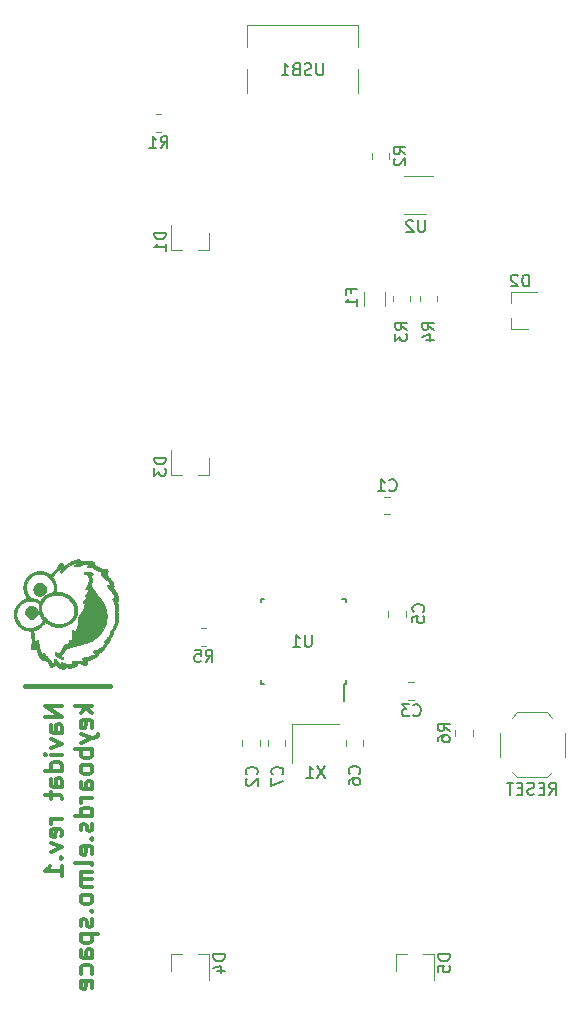
<source format=gbr>
%TF.GenerationSoftware,KiCad,Pcbnew,(5.1.10)-1*%
%TF.CreationDate,2021-11-11T12:41:23+01:00*%
%TF.ProjectId,navidat,6e617669-6461-4742-9e6b-696361645f70,rev?*%
%TF.SameCoordinates,Original*%
%TF.FileFunction,Legend,Bot*%
%TF.FilePolarity,Positive*%
%FSLAX46Y46*%
G04 Gerber Fmt 4.6, Leading zero omitted, Abs format (unit mm)*
G04 Created by KiCad (PCBNEW (5.1.10)-1) date 2021-11-11 12:41:23*
%MOMM*%
%LPD*%
G01*
G04 APERTURE LIST*
%ADD10C,0.400000*%
%ADD11C,0.300000*%
%ADD12C,0.010000*%
%ADD13C,0.120000*%
%ADD14C,0.150000*%
G04 APERTURE END LIST*
D10*
X125738428Y-103505000D02*
X132881285Y-103505000D01*
D11*
X128880071Y-105263642D02*
X127380071Y-105263642D01*
X128880071Y-106120785D01*
X127380071Y-106120785D01*
X128880071Y-107477928D02*
X128094357Y-107477928D01*
X127951500Y-107406500D01*
X127880071Y-107263642D01*
X127880071Y-106977928D01*
X127951500Y-106835071D01*
X128808642Y-107477928D02*
X128880071Y-107335071D01*
X128880071Y-106977928D01*
X128808642Y-106835071D01*
X128665785Y-106763642D01*
X128522928Y-106763642D01*
X128380071Y-106835071D01*
X128308642Y-106977928D01*
X128308642Y-107335071D01*
X128237214Y-107477928D01*
X127880071Y-108049357D02*
X128880071Y-108406500D01*
X127880071Y-108763642D01*
X128880071Y-109335071D02*
X127880071Y-109335071D01*
X127380071Y-109335071D02*
X127451500Y-109263642D01*
X127522928Y-109335071D01*
X127451500Y-109406500D01*
X127380071Y-109335071D01*
X127522928Y-109335071D01*
X128880071Y-110692214D02*
X127380071Y-110692214D01*
X128808642Y-110692214D02*
X128880071Y-110549357D01*
X128880071Y-110263642D01*
X128808642Y-110120785D01*
X128737214Y-110049357D01*
X128594357Y-109977928D01*
X128165785Y-109977928D01*
X128022928Y-110049357D01*
X127951500Y-110120785D01*
X127880071Y-110263642D01*
X127880071Y-110549357D01*
X127951500Y-110692214D01*
X128880071Y-112049357D02*
X128094357Y-112049357D01*
X127951500Y-111977928D01*
X127880071Y-111835071D01*
X127880071Y-111549357D01*
X127951500Y-111406500D01*
X128808642Y-112049357D02*
X128880071Y-111906500D01*
X128880071Y-111549357D01*
X128808642Y-111406500D01*
X128665785Y-111335071D01*
X128522928Y-111335071D01*
X128380071Y-111406500D01*
X128308642Y-111549357D01*
X128308642Y-111906500D01*
X128237214Y-112049357D01*
X127880071Y-112549357D02*
X127880071Y-113120785D01*
X127380071Y-112763642D02*
X128665785Y-112763642D01*
X128808642Y-112835071D01*
X128880071Y-112977928D01*
X128880071Y-113120785D01*
X128880071Y-114763642D02*
X127880071Y-114763642D01*
X128165785Y-114763642D02*
X128022928Y-114835071D01*
X127951500Y-114906500D01*
X127880071Y-115049357D01*
X127880071Y-115192214D01*
X128808642Y-116263642D02*
X128880071Y-116120785D01*
X128880071Y-115835071D01*
X128808642Y-115692214D01*
X128665785Y-115620785D01*
X128094357Y-115620785D01*
X127951500Y-115692214D01*
X127880071Y-115835071D01*
X127880071Y-116120785D01*
X127951500Y-116263642D01*
X128094357Y-116335071D01*
X128237214Y-116335071D01*
X128380071Y-115620785D01*
X127880071Y-116835071D02*
X128880071Y-117192214D01*
X127880071Y-117549357D01*
X128737214Y-118120785D02*
X128808642Y-118192214D01*
X128880071Y-118120785D01*
X128808642Y-118049357D01*
X128737214Y-118120785D01*
X128880071Y-118120785D01*
X128880071Y-119620785D02*
X128880071Y-118763642D01*
X128880071Y-119192214D02*
X127380071Y-119192214D01*
X127594357Y-119049357D01*
X127737214Y-118906500D01*
X127808642Y-118763642D01*
X131430071Y-105263642D02*
X129930071Y-105263642D01*
X130858642Y-105406500D02*
X131430071Y-105835071D01*
X130430071Y-105835071D02*
X131001500Y-105263642D01*
X131358642Y-107049357D02*
X131430071Y-106906500D01*
X131430071Y-106620785D01*
X131358642Y-106477928D01*
X131215785Y-106406500D01*
X130644357Y-106406500D01*
X130501500Y-106477928D01*
X130430071Y-106620785D01*
X130430071Y-106906500D01*
X130501500Y-107049357D01*
X130644357Y-107120785D01*
X130787214Y-107120785D01*
X130930071Y-106406500D01*
X130430071Y-107620785D02*
X131430071Y-107977928D01*
X130430071Y-108335071D02*
X131430071Y-107977928D01*
X131787214Y-107835071D01*
X131858642Y-107763642D01*
X131930071Y-107620785D01*
X131430071Y-108906500D02*
X129930071Y-108906500D01*
X130501500Y-108906500D02*
X130430071Y-109049357D01*
X130430071Y-109335071D01*
X130501500Y-109477928D01*
X130572928Y-109549357D01*
X130715785Y-109620785D01*
X131144357Y-109620785D01*
X131287214Y-109549357D01*
X131358642Y-109477928D01*
X131430071Y-109335071D01*
X131430071Y-109049357D01*
X131358642Y-108906500D01*
X131430071Y-110477928D02*
X131358642Y-110335071D01*
X131287214Y-110263642D01*
X131144357Y-110192214D01*
X130715785Y-110192214D01*
X130572928Y-110263642D01*
X130501500Y-110335071D01*
X130430071Y-110477928D01*
X130430071Y-110692214D01*
X130501500Y-110835071D01*
X130572928Y-110906500D01*
X130715785Y-110977928D01*
X131144357Y-110977928D01*
X131287214Y-110906500D01*
X131358642Y-110835071D01*
X131430071Y-110692214D01*
X131430071Y-110477928D01*
X131430071Y-112263642D02*
X130644357Y-112263642D01*
X130501500Y-112192214D01*
X130430071Y-112049357D01*
X130430071Y-111763642D01*
X130501500Y-111620785D01*
X131358642Y-112263642D02*
X131430071Y-112120785D01*
X131430071Y-111763642D01*
X131358642Y-111620785D01*
X131215785Y-111549357D01*
X131072928Y-111549357D01*
X130930071Y-111620785D01*
X130858642Y-111763642D01*
X130858642Y-112120785D01*
X130787214Y-112263642D01*
X131430071Y-112977928D02*
X130430071Y-112977928D01*
X130715785Y-112977928D02*
X130572928Y-113049357D01*
X130501500Y-113120785D01*
X130430071Y-113263642D01*
X130430071Y-113406500D01*
X131430071Y-114549357D02*
X129930071Y-114549357D01*
X131358642Y-114549357D02*
X131430071Y-114406500D01*
X131430071Y-114120785D01*
X131358642Y-113977928D01*
X131287214Y-113906500D01*
X131144357Y-113835071D01*
X130715785Y-113835071D01*
X130572928Y-113906500D01*
X130501500Y-113977928D01*
X130430071Y-114120785D01*
X130430071Y-114406500D01*
X130501500Y-114549357D01*
X131358642Y-115192214D02*
X131430071Y-115335071D01*
X131430071Y-115620785D01*
X131358642Y-115763642D01*
X131215785Y-115835071D01*
X131144357Y-115835071D01*
X131001500Y-115763642D01*
X130930071Y-115620785D01*
X130930071Y-115406500D01*
X130858642Y-115263642D01*
X130715785Y-115192214D01*
X130644357Y-115192214D01*
X130501500Y-115263642D01*
X130430071Y-115406500D01*
X130430071Y-115620785D01*
X130501500Y-115763642D01*
X131287214Y-116477928D02*
X131358642Y-116549357D01*
X131430071Y-116477928D01*
X131358642Y-116406500D01*
X131287214Y-116477928D01*
X131430071Y-116477928D01*
X131358642Y-117763642D02*
X131430071Y-117620785D01*
X131430071Y-117335071D01*
X131358642Y-117192214D01*
X131215785Y-117120785D01*
X130644357Y-117120785D01*
X130501500Y-117192214D01*
X130430071Y-117335071D01*
X130430071Y-117620785D01*
X130501500Y-117763642D01*
X130644357Y-117835071D01*
X130787214Y-117835071D01*
X130930071Y-117120785D01*
X131430071Y-118692214D02*
X131358642Y-118549357D01*
X131215785Y-118477928D01*
X129930071Y-118477928D01*
X131430071Y-119263642D02*
X130430071Y-119263642D01*
X130572928Y-119263642D02*
X130501500Y-119335071D01*
X130430071Y-119477928D01*
X130430071Y-119692214D01*
X130501500Y-119835071D01*
X130644357Y-119906500D01*
X131430071Y-119906500D01*
X130644357Y-119906500D02*
X130501500Y-119977928D01*
X130430071Y-120120785D01*
X130430071Y-120335071D01*
X130501500Y-120477928D01*
X130644357Y-120549357D01*
X131430071Y-120549357D01*
X131430071Y-121477928D02*
X131358642Y-121335071D01*
X131287214Y-121263642D01*
X131144357Y-121192214D01*
X130715785Y-121192214D01*
X130572928Y-121263642D01*
X130501500Y-121335071D01*
X130430071Y-121477928D01*
X130430071Y-121692214D01*
X130501500Y-121835071D01*
X130572928Y-121906500D01*
X130715785Y-121977928D01*
X131144357Y-121977928D01*
X131287214Y-121906500D01*
X131358642Y-121835071D01*
X131430071Y-121692214D01*
X131430071Y-121477928D01*
X131287214Y-122620785D02*
X131358642Y-122692214D01*
X131430071Y-122620785D01*
X131358642Y-122549357D01*
X131287214Y-122620785D01*
X131430071Y-122620785D01*
X131358642Y-123263642D02*
X131430071Y-123406500D01*
X131430071Y-123692214D01*
X131358642Y-123835071D01*
X131215785Y-123906500D01*
X131144357Y-123906500D01*
X131001500Y-123835071D01*
X130930071Y-123692214D01*
X130930071Y-123477928D01*
X130858642Y-123335071D01*
X130715785Y-123263642D01*
X130644357Y-123263642D01*
X130501500Y-123335071D01*
X130430071Y-123477928D01*
X130430071Y-123692214D01*
X130501500Y-123835071D01*
X130430071Y-124549357D02*
X131930071Y-124549357D01*
X130501500Y-124549357D02*
X130430071Y-124692214D01*
X130430071Y-124977928D01*
X130501500Y-125120785D01*
X130572928Y-125192214D01*
X130715785Y-125263642D01*
X131144357Y-125263642D01*
X131287214Y-125192214D01*
X131358642Y-125120785D01*
X131430071Y-124977928D01*
X131430071Y-124692214D01*
X131358642Y-124549357D01*
X131430071Y-126549357D02*
X130644357Y-126549357D01*
X130501500Y-126477928D01*
X130430071Y-126335071D01*
X130430071Y-126049357D01*
X130501500Y-125906500D01*
X131358642Y-126549357D02*
X131430071Y-126406500D01*
X131430071Y-126049357D01*
X131358642Y-125906500D01*
X131215785Y-125835071D01*
X131072928Y-125835071D01*
X130930071Y-125906500D01*
X130858642Y-126049357D01*
X130858642Y-126406500D01*
X130787214Y-126549357D01*
X131358642Y-127906500D02*
X131430071Y-127763642D01*
X131430071Y-127477928D01*
X131358642Y-127335071D01*
X131287214Y-127263642D01*
X131144357Y-127192214D01*
X130715785Y-127192214D01*
X130572928Y-127263642D01*
X130501500Y-127335071D01*
X130430071Y-127477928D01*
X130430071Y-127763642D01*
X130501500Y-127906500D01*
X131358642Y-129120785D02*
X131430071Y-128977928D01*
X131430071Y-128692214D01*
X131358642Y-128549357D01*
X131215785Y-128477928D01*
X130644357Y-128477928D01*
X130501500Y-128549357D01*
X130430071Y-128692214D01*
X130430071Y-128977928D01*
X130501500Y-129120785D01*
X130644357Y-129192214D01*
X130787214Y-129192214D01*
X130930071Y-128477928D01*
D12*
%TO.C,G\u002A\u002A\u002A*%
G36*
X125735440Y-97410112D02*
G01*
X125763995Y-97499526D01*
X125776879Y-97528251D01*
X125848742Y-97642199D01*
X125945419Y-97733166D01*
X126066579Y-97800859D01*
X126097413Y-97812937D01*
X126162904Y-97835673D01*
X126210145Y-97847215D01*
X126252306Y-97849006D01*
X126302558Y-97842490D01*
X126326784Y-97838086D01*
X126465988Y-97797702D01*
X126582511Y-97733548D01*
X126675008Y-97646691D01*
X126742139Y-97538197D01*
X126759760Y-97494268D01*
X126783821Y-97399586D01*
X126795030Y-97296657D01*
X126792821Y-97198377D01*
X126776626Y-97117640D01*
X126776369Y-97116900D01*
X126738406Y-97041183D01*
X126680003Y-96962248D01*
X126610057Y-96889782D01*
X126537464Y-96833471D01*
X126495494Y-96811113D01*
X126424278Y-96790597D01*
X126334607Y-96777579D01*
X126240452Y-96772987D01*
X126155782Y-96777751D01*
X126114339Y-96785764D01*
X126016231Y-96828661D01*
X125923235Y-96897272D01*
X125841970Y-96984180D01*
X125779055Y-97081966D01*
X125741108Y-97183212D01*
X125736065Y-97209741D01*
X125726706Y-97318011D01*
X125735440Y-97410112D01*
G37*
X125735440Y-97410112D02*
X125763995Y-97499526D01*
X125776879Y-97528251D01*
X125848742Y-97642199D01*
X125945419Y-97733166D01*
X126066579Y-97800859D01*
X126097413Y-97812937D01*
X126162904Y-97835673D01*
X126210145Y-97847215D01*
X126252306Y-97849006D01*
X126302558Y-97842490D01*
X126326784Y-97838086D01*
X126465988Y-97797702D01*
X126582511Y-97733548D01*
X126675008Y-97646691D01*
X126742139Y-97538197D01*
X126759760Y-97494268D01*
X126783821Y-97399586D01*
X126795030Y-97296657D01*
X126792821Y-97198377D01*
X126776626Y-97117640D01*
X126776369Y-97116900D01*
X126738406Y-97041183D01*
X126680003Y-96962248D01*
X126610057Y-96889782D01*
X126537464Y-96833471D01*
X126495494Y-96811113D01*
X126424278Y-96790597D01*
X126334607Y-96777579D01*
X126240452Y-96772987D01*
X126155782Y-96777751D01*
X126114339Y-96785764D01*
X126016231Y-96828661D01*
X125923235Y-96897272D01*
X125841970Y-96984180D01*
X125779055Y-97081966D01*
X125741108Y-97183212D01*
X125736065Y-97209741D01*
X125726706Y-97318011D01*
X125735440Y-97410112D01*
G36*
X126417094Y-95423377D02*
G01*
X126444756Y-95532903D01*
X126496448Y-95639782D01*
X126562960Y-95728674D01*
X126643935Y-95799777D01*
X126741727Y-95851776D01*
X126862371Y-95887503D01*
X126925897Y-95899053D01*
X127028840Y-95898626D01*
X127134191Y-95869101D01*
X127236193Y-95814246D01*
X127329086Y-95737828D01*
X127407111Y-95643617D01*
X127458127Y-95550784D01*
X127471112Y-95501874D01*
X127479873Y-95432096D01*
X127484041Y-95353042D01*
X127483248Y-95276303D01*
X127477123Y-95213471D01*
X127469773Y-95184722D01*
X127450644Y-95146171D01*
X127421019Y-95096207D01*
X127386291Y-95042775D01*
X127351853Y-94993825D01*
X127323101Y-94957303D01*
X127305426Y-94941157D01*
X127304348Y-94940966D01*
X127284404Y-94932222D01*
X127247665Y-94910137D01*
X127228707Y-94897613D01*
X127126704Y-94848786D01*
X127006289Y-94827980D01*
X126868255Y-94835319D01*
X126849828Y-94838217D01*
X126772100Y-94854382D01*
X126710856Y-94876710D01*
X126655573Y-94911053D01*
X126595727Y-94963265D01*
X126558511Y-95000233D01*
X126491724Y-95090506D01*
X126442739Y-95204874D01*
X126416626Y-95320036D01*
X126417094Y-95423377D01*
G37*
X126417094Y-95423377D02*
X126444756Y-95532903D01*
X126496448Y-95639782D01*
X126562960Y-95728674D01*
X126643935Y-95799777D01*
X126741727Y-95851776D01*
X126862371Y-95887503D01*
X126925897Y-95899053D01*
X127028840Y-95898626D01*
X127134191Y-95869101D01*
X127236193Y-95814246D01*
X127329086Y-95737828D01*
X127407111Y-95643617D01*
X127458127Y-95550784D01*
X127471112Y-95501874D01*
X127479873Y-95432096D01*
X127484041Y-95353042D01*
X127483248Y-95276303D01*
X127477123Y-95213471D01*
X127469773Y-95184722D01*
X127450644Y-95146171D01*
X127421019Y-95096207D01*
X127386291Y-95042775D01*
X127351853Y-94993825D01*
X127323101Y-94957303D01*
X127305426Y-94941157D01*
X127304348Y-94940966D01*
X127284404Y-94932222D01*
X127247665Y-94910137D01*
X127228707Y-94897613D01*
X127126704Y-94848786D01*
X127006289Y-94827980D01*
X126868255Y-94835319D01*
X126849828Y-94838217D01*
X126772100Y-94854382D01*
X126710856Y-94876710D01*
X126655573Y-94911053D01*
X126595727Y-94963265D01*
X126558511Y-95000233D01*
X126491724Y-95090506D01*
X126442739Y-95204874D01*
X126416626Y-95320036D01*
X126417094Y-95423377D01*
G36*
X128234568Y-100871998D02*
G01*
X128274471Y-100936876D01*
X128342090Y-100998192D01*
X128480546Y-101094326D01*
X128603991Y-101162667D01*
X128715032Y-101204341D01*
X128816282Y-101220477D01*
X128855537Y-101219975D01*
X128922075Y-101207529D01*
X128958175Y-101182993D01*
X128963610Y-101149582D01*
X128938151Y-101110514D01*
X128881571Y-101069007D01*
X128866816Y-101060862D01*
X128809492Y-101028192D01*
X128754093Y-100993054D01*
X128743244Y-100985533D01*
X128688767Y-100946743D01*
X128737617Y-100911445D01*
X128839391Y-100828101D01*
X128936485Y-100726956D01*
X129017589Y-100625834D01*
X129060018Y-100568321D01*
X129093502Y-100520839D01*
X129113556Y-100489867D01*
X129117275Y-100481901D01*
X129132877Y-100450468D01*
X129171308Y-100412341D01*
X129223924Y-100373331D01*
X129282079Y-100339248D01*
X129337129Y-100315899D01*
X129374817Y-100308833D01*
X129407553Y-100298353D01*
X129413846Y-100293484D01*
X129438667Y-100281035D01*
X129491295Y-100262194D01*
X129566583Y-100238380D01*
X129659386Y-100211013D01*
X129764557Y-100181513D01*
X129876949Y-100151299D01*
X129991416Y-100121790D01*
X130102812Y-100094406D01*
X130205991Y-100070567D01*
X130276600Y-100055519D01*
X130335270Y-100042354D01*
X130382744Y-100029450D01*
X130404155Y-100021624D01*
X130438187Y-100009133D01*
X130485533Y-99996860D01*
X130488822Y-99996167D01*
X130558923Y-99980028D01*
X130640165Y-99958908D01*
X130722132Y-99935775D01*
X130794409Y-99913596D01*
X130846578Y-99895336D01*
X130854892Y-99891892D01*
X130901300Y-99875616D01*
X130939567Y-99868574D01*
X130940405Y-99868566D01*
X130975839Y-99861304D01*
X130988646Y-99853678D01*
X131014103Y-99839566D01*
X131057812Y-99822664D01*
X131072466Y-99817925D01*
X131150961Y-99788648D01*
X131248736Y-99744511D01*
X131357302Y-99690041D01*
X131468170Y-99629764D01*
X131572849Y-99568206D01*
X131662852Y-99509893D01*
X131698999Y-99483893D01*
X131888569Y-99326923D01*
X132052369Y-99159630D01*
X132193714Y-98977348D01*
X132315917Y-98775416D01*
X132422291Y-98549170D01*
X132490461Y-98369966D01*
X132545001Y-98194241D01*
X132587838Y-98015524D01*
X132617933Y-97840787D01*
X132634249Y-97677000D01*
X132635747Y-97531131D01*
X132627973Y-97447100D01*
X132622534Y-97409673D01*
X132614052Y-97350924D01*
X132604289Y-97283051D01*
X132603531Y-97277766D01*
X132583568Y-97170142D01*
X132554268Y-97051805D01*
X132519350Y-96935820D01*
X132482536Y-96835249D01*
X132468117Y-96802274D01*
X132392716Y-96645732D01*
X132324818Y-96515136D01*
X132291809Y-96456499D01*
X132255629Y-96398528D01*
X132203049Y-96319659D01*
X132138334Y-96225827D01*
X132065746Y-96122967D01*
X131989548Y-96017015D01*
X131914004Y-95913905D01*
X131843378Y-95819573D01*
X131781932Y-95739953D01*
X131739168Y-95687161D01*
X131706791Y-95647162D01*
X131664686Y-95593026D01*
X131617242Y-95530661D01*
X131568847Y-95465977D01*
X131523888Y-95404882D01*
X131486755Y-95353286D01*
X131461835Y-95317097D01*
X131453466Y-95302444D01*
X131444228Y-95282890D01*
X131421329Y-95248414D01*
X131414361Y-95238898D01*
X131386041Y-95196101D01*
X131351034Y-95136553D01*
X131320614Y-95080182D01*
X131265973Y-94973864D01*
X131311477Y-94851582D01*
X131336345Y-94776283D01*
X131357194Y-94698084D01*
X131369146Y-94636166D01*
X131372044Y-94520641D01*
X131355084Y-94394716D01*
X131321082Y-94273146D01*
X131283899Y-94189662D01*
X131229997Y-94091446D01*
X131321453Y-94102872D01*
X131378942Y-94107689D01*
X131413436Y-94103141D01*
X131434856Y-94087834D01*
X131435740Y-94086789D01*
X131448080Y-94049127D01*
X131429867Y-94006268D01*
X131383547Y-93960625D01*
X131311568Y-93914608D01*
X131216399Y-93870638D01*
X131148033Y-93852504D01*
X131061642Y-93842353D01*
X130968413Y-93840180D01*
X130879531Y-93845981D01*
X130806183Y-93859752D01*
X130776329Y-93870813D01*
X130720805Y-93910885D01*
X130688185Y-93961707D01*
X130682581Y-94015435D01*
X130689259Y-94036952D01*
X130703193Y-94059005D01*
X130724746Y-94071524D01*
X130760611Y-94075390D01*
X130817478Y-94071483D01*
X130886199Y-94062861D01*
X130938026Y-94057563D01*
X130968631Y-94061948D01*
X130990044Y-94079273D01*
X131001186Y-94093978D01*
X131046696Y-94169779D01*
X131088568Y-94259885D01*
X131119850Y-94348315D01*
X131129917Y-94389876D01*
X131136088Y-94455916D01*
X131134593Y-94534692D01*
X131126566Y-94613890D01*
X131113138Y-94681193D01*
X131099823Y-94717176D01*
X131084371Y-94760950D01*
X131080933Y-94787408D01*
X131072031Y-94828978D01*
X131047689Y-94891415D01*
X131011452Y-94967544D01*
X130966863Y-95050186D01*
X130917467Y-95132164D01*
X130890603Y-95172811D01*
X130853390Y-95231388D01*
X130826201Y-95282481D01*
X130813278Y-95317763D01*
X130812974Y-95325211D01*
X130831660Y-95354846D01*
X130868555Y-95360124D01*
X130918939Y-95341609D01*
X130970390Y-95306329D01*
X131012085Y-95273299D01*
X131042507Y-95251301D01*
X131052804Y-95245766D01*
X131063997Y-95260305D01*
X131071963Y-95294400D01*
X131074901Y-95333774D01*
X131071014Y-95364146D01*
X131068357Y-95369226D01*
X131055018Y-95394892D01*
X131035179Y-95442252D01*
X131013750Y-95499373D01*
X130985097Y-95565248D01*
X130943337Y-95643692D01*
X130896171Y-95720554D01*
X130882220Y-95741044D01*
X130832033Y-95817638D01*
X130805279Y-95871728D01*
X130801765Y-95905076D01*
X130821301Y-95919444D01*
X130863100Y-95916713D01*
X130909438Y-95897840D01*
X130957831Y-95864383D01*
X130967455Y-95855576D01*
X131000351Y-95826059D01*
X131022056Y-95811494D01*
X131025644Y-95811366D01*
X131023440Y-95829853D01*
X131008756Y-95866909D01*
X130986750Y-95912191D01*
X130962579Y-95955356D01*
X130941402Y-95986062D01*
X130935540Y-95992044D01*
X130915062Y-96016473D01*
X130911599Y-96027283D01*
X130901130Y-96046327D01*
X130873212Y-96084183D01*
X130833079Y-96134516D01*
X130785966Y-96190989D01*
X130737105Y-96247268D01*
X130691732Y-96297015D01*
X130671351Y-96318102D01*
X130638085Y-96354261D01*
X130626001Y-96381542D01*
X130631445Y-96414087D01*
X130640247Y-96438464D01*
X130662129Y-96471367D01*
X130700653Y-96481771D01*
X130707980Y-96481900D01*
X130759199Y-96481900D01*
X130759199Y-96596875D01*
X130748923Y-96727245D01*
X130720255Y-96855333D01*
X130676437Y-96967257D01*
X130669765Y-96979954D01*
X130638137Y-97033665D01*
X130592218Y-97106230D01*
X130537707Y-97189167D01*
X130480303Y-97273995D01*
X130425705Y-97352230D01*
X130379614Y-97415390D01*
X130361567Y-97438633D01*
X130307412Y-97526726D01*
X130263973Y-97639316D01*
X130233573Y-97768087D01*
X130218537Y-97904728D01*
X130217333Y-97954700D01*
X130214230Y-98050177D01*
X130205668Y-98153176D01*
X130192769Y-98257073D01*
X130176654Y-98355240D01*
X130158447Y-98441052D01*
X130139267Y-98507883D01*
X130120237Y-98549108D01*
X130115793Y-98554479D01*
X130101333Y-98584695D01*
X130098800Y-98604552D01*
X130090765Y-98640517D01*
X130069351Y-98696627D01*
X130038593Y-98763982D01*
X130002526Y-98833681D01*
X129969106Y-98890666D01*
X129937352Y-98933346D01*
X129912054Y-98953284D01*
X129897505Y-98947868D01*
X129895600Y-98935436D01*
X129884023Y-98905283D01*
X129855300Y-98865277D01*
X129818443Y-98825302D01*
X129782464Y-98795241D01*
X129758291Y-98784833D01*
X129736877Y-98790249D01*
X129720123Y-98808831D01*
X129707425Y-98844078D01*
X129698181Y-98899489D01*
X129691787Y-98978562D01*
X129687639Y-99084799D01*
X129685307Y-99208166D01*
X129683116Y-99331304D01*
X129679865Y-99426513D01*
X129675051Y-99499725D01*
X129668167Y-99556873D01*
X129658709Y-99603889D01*
X129648620Y-99639230D01*
X129630955Y-99692265D01*
X129620147Y-99716310D01*
X129613398Y-99714837D01*
X129607913Y-99691317D01*
X129607691Y-99690030D01*
X129593911Y-99651980D01*
X129563266Y-99636255D01*
X129551595Y-99634509D01*
X129515428Y-99634372D01*
X129487279Y-99646994D01*
X129462690Y-99677571D01*
X129437205Y-99731297D01*
X129412294Y-99796873D01*
X129378668Y-99885163D01*
X129348975Y-99950189D01*
X129318155Y-100001339D01*
X129281146Y-100048001D01*
X129270555Y-100059823D01*
X129227413Y-100107146D01*
X129208735Y-100051356D01*
X129186327Y-100008716D01*
X129152087Y-99991231D01*
X129145733Y-99990289D01*
X129087520Y-99995187D01*
X129044909Y-100027718D01*
X129016738Y-100082948D01*
X128947006Y-100259043D01*
X128870775Y-100415746D01*
X128790308Y-100549190D01*
X128707865Y-100655510D01*
X128647729Y-100713779D01*
X128584223Y-100759391D01*
X128534150Y-100777782D01*
X128492372Y-100770054D01*
X128468029Y-100752298D01*
X128419542Y-100717887D01*
X128362058Y-100691693D01*
X128312612Y-100681366D01*
X128289914Y-100694634D01*
X128261567Y-100727686D01*
X128253574Y-100739812D01*
X128227732Y-100806689D01*
X128234568Y-100871998D01*
G37*
X128234568Y-100871998D02*
X128274471Y-100936876D01*
X128342090Y-100998192D01*
X128480546Y-101094326D01*
X128603991Y-101162667D01*
X128715032Y-101204341D01*
X128816282Y-101220477D01*
X128855537Y-101219975D01*
X128922075Y-101207529D01*
X128958175Y-101182993D01*
X128963610Y-101149582D01*
X128938151Y-101110514D01*
X128881571Y-101069007D01*
X128866816Y-101060862D01*
X128809492Y-101028192D01*
X128754093Y-100993054D01*
X128743244Y-100985533D01*
X128688767Y-100946743D01*
X128737617Y-100911445D01*
X128839391Y-100828101D01*
X128936485Y-100726956D01*
X129017589Y-100625834D01*
X129060018Y-100568321D01*
X129093502Y-100520839D01*
X129113556Y-100489867D01*
X129117275Y-100481901D01*
X129132877Y-100450468D01*
X129171308Y-100412341D01*
X129223924Y-100373331D01*
X129282079Y-100339248D01*
X129337129Y-100315899D01*
X129374817Y-100308833D01*
X129407553Y-100298353D01*
X129413846Y-100293484D01*
X129438667Y-100281035D01*
X129491295Y-100262194D01*
X129566583Y-100238380D01*
X129659386Y-100211013D01*
X129764557Y-100181513D01*
X129876949Y-100151299D01*
X129991416Y-100121790D01*
X130102812Y-100094406D01*
X130205991Y-100070567D01*
X130276600Y-100055519D01*
X130335270Y-100042354D01*
X130382744Y-100029450D01*
X130404155Y-100021624D01*
X130438187Y-100009133D01*
X130485533Y-99996860D01*
X130488822Y-99996167D01*
X130558923Y-99980028D01*
X130640165Y-99958908D01*
X130722132Y-99935775D01*
X130794409Y-99913596D01*
X130846578Y-99895336D01*
X130854892Y-99891892D01*
X130901300Y-99875616D01*
X130939567Y-99868574D01*
X130940405Y-99868566D01*
X130975839Y-99861304D01*
X130988646Y-99853678D01*
X131014103Y-99839566D01*
X131057812Y-99822664D01*
X131072466Y-99817925D01*
X131150961Y-99788648D01*
X131248736Y-99744511D01*
X131357302Y-99690041D01*
X131468170Y-99629764D01*
X131572849Y-99568206D01*
X131662852Y-99509893D01*
X131698999Y-99483893D01*
X131888569Y-99326923D01*
X132052369Y-99159630D01*
X132193714Y-98977348D01*
X132315917Y-98775416D01*
X132422291Y-98549170D01*
X132490461Y-98369966D01*
X132545001Y-98194241D01*
X132587838Y-98015524D01*
X132617933Y-97840787D01*
X132634249Y-97677000D01*
X132635747Y-97531131D01*
X132627973Y-97447100D01*
X132622534Y-97409673D01*
X132614052Y-97350924D01*
X132604289Y-97283051D01*
X132603531Y-97277766D01*
X132583568Y-97170142D01*
X132554268Y-97051805D01*
X132519350Y-96935820D01*
X132482536Y-96835249D01*
X132468117Y-96802274D01*
X132392716Y-96645732D01*
X132324818Y-96515136D01*
X132291809Y-96456499D01*
X132255629Y-96398528D01*
X132203049Y-96319659D01*
X132138334Y-96225827D01*
X132065746Y-96122967D01*
X131989548Y-96017015D01*
X131914004Y-95913905D01*
X131843378Y-95819573D01*
X131781932Y-95739953D01*
X131739168Y-95687161D01*
X131706791Y-95647162D01*
X131664686Y-95593026D01*
X131617242Y-95530661D01*
X131568847Y-95465977D01*
X131523888Y-95404882D01*
X131486755Y-95353286D01*
X131461835Y-95317097D01*
X131453466Y-95302444D01*
X131444228Y-95282890D01*
X131421329Y-95248414D01*
X131414361Y-95238898D01*
X131386041Y-95196101D01*
X131351034Y-95136553D01*
X131320614Y-95080182D01*
X131265973Y-94973864D01*
X131311477Y-94851582D01*
X131336345Y-94776283D01*
X131357194Y-94698084D01*
X131369146Y-94636166D01*
X131372044Y-94520641D01*
X131355084Y-94394716D01*
X131321082Y-94273146D01*
X131283899Y-94189662D01*
X131229997Y-94091446D01*
X131321453Y-94102872D01*
X131378942Y-94107689D01*
X131413436Y-94103141D01*
X131434856Y-94087834D01*
X131435740Y-94086789D01*
X131448080Y-94049127D01*
X131429867Y-94006268D01*
X131383547Y-93960625D01*
X131311568Y-93914608D01*
X131216399Y-93870638D01*
X131148033Y-93852504D01*
X131061642Y-93842353D01*
X130968413Y-93840180D01*
X130879531Y-93845981D01*
X130806183Y-93859752D01*
X130776329Y-93870813D01*
X130720805Y-93910885D01*
X130688185Y-93961707D01*
X130682581Y-94015435D01*
X130689259Y-94036952D01*
X130703193Y-94059005D01*
X130724746Y-94071524D01*
X130760611Y-94075390D01*
X130817478Y-94071483D01*
X130886199Y-94062861D01*
X130938026Y-94057563D01*
X130968631Y-94061948D01*
X130990044Y-94079273D01*
X131001186Y-94093978D01*
X131046696Y-94169779D01*
X131088568Y-94259885D01*
X131119850Y-94348315D01*
X131129917Y-94389876D01*
X131136088Y-94455916D01*
X131134593Y-94534692D01*
X131126566Y-94613890D01*
X131113138Y-94681193D01*
X131099823Y-94717176D01*
X131084371Y-94760950D01*
X131080933Y-94787408D01*
X131072031Y-94828978D01*
X131047689Y-94891415D01*
X131011452Y-94967544D01*
X130966863Y-95050186D01*
X130917467Y-95132164D01*
X130890603Y-95172811D01*
X130853390Y-95231388D01*
X130826201Y-95282481D01*
X130813278Y-95317763D01*
X130812974Y-95325211D01*
X130831660Y-95354846D01*
X130868555Y-95360124D01*
X130918939Y-95341609D01*
X130970390Y-95306329D01*
X131012085Y-95273299D01*
X131042507Y-95251301D01*
X131052804Y-95245766D01*
X131063997Y-95260305D01*
X131071963Y-95294400D01*
X131074901Y-95333774D01*
X131071014Y-95364146D01*
X131068357Y-95369226D01*
X131055018Y-95394892D01*
X131035179Y-95442252D01*
X131013750Y-95499373D01*
X130985097Y-95565248D01*
X130943337Y-95643692D01*
X130896171Y-95720554D01*
X130882220Y-95741044D01*
X130832033Y-95817638D01*
X130805279Y-95871728D01*
X130801765Y-95905076D01*
X130821301Y-95919444D01*
X130863100Y-95916713D01*
X130909438Y-95897840D01*
X130957831Y-95864383D01*
X130967455Y-95855576D01*
X131000351Y-95826059D01*
X131022056Y-95811494D01*
X131025644Y-95811366D01*
X131023440Y-95829853D01*
X131008756Y-95866909D01*
X130986750Y-95912191D01*
X130962579Y-95955356D01*
X130941402Y-95986062D01*
X130935540Y-95992044D01*
X130915062Y-96016473D01*
X130911599Y-96027283D01*
X130901130Y-96046327D01*
X130873212Y-96084183D01*
X130833079Y-96134516D01*
X130785966Y-96190989D01*
X130737105Y-96247268D01*
X130691732Y-96297015D01*
X130671351Y-96318102D01*
X130638085Y-96354261D01*
X130626001Y-96381542D01*
X130631445Y-96414087D01*
X130640247Y-96438464D01*
X130662129Y-96471367D01*
X130700653Y-96481771D01*
X130707980Y-96481900D01*
X130759199Y-96481900D01*
X130759199Y-96596875D01*
X130748923Y-96727245D01*
X130720255Y-96855333D01*
X130676437Y-96967257D01*
X130669765Y-96979954D01*
X130638137Y-97033665D01*
X130592218Y-97106230D01*
X130537707Y-97189167D01*
X130480303Y-97273995D01*
X130425705Y-97352230D01*
X130379614Y-97415390D01*
X130361567Y-97438633D01*
X130307412Y-97526726D01*
X130263973Y-97639316D01*
X130233573Y-97768087D01*
X130218537Y-97904728D01*
X130217333Y-97954700D01*
X130214230Y-98050177D01*
X130205668Y-98153176D01*
X130192769Y-98257073D01*
X130176654Y-98355240D01*
X130158447Y-98441052D01*
X130139267Y-98507883D01*
X130120237Y-98549108D01*
X130115793Y-98554479D01*
X130101333Y-98584695D01*
X130098800Y-98604552D01*
X130090765Y-98640517D01*
X130069351Y-98696627D01*
X130038593Y-98763982D01*
X130002526Y-98833681D01*
X129969106Y-98890666D01*
X129937352Y-98933346D01*
X129912054Y-98953284D01*
X129897505Y-98947868D01*
X129895600Y-98935436D01*
X129884023Y-98905283D01*
X129855300Y-98865277D01*
X129818443Y-98825302D01*
X129782464Y-98795241D01*
X129758291Y-98784833D01*
X129736877Y-98790249D01*
X129720123Y-98808831D01*
X129707425Y-98844078D01*
X129698181Y-98899489D01*
X129691787Y-98978562D01*
X129687639Y-99084799D01*
X129685307Y-99208166D01*
X129683116Y-99331304D01*
X129679865Y-99426513D01*
X129675051Y-99499725D01*
X129668167Y-99556873D01*
X129658709Y-99603889D01*
X129648620Y-99639230D01*
X129630955Y-99692265D01*
X129620147Y-99716310D01*
X129613398Y-99714837D01*
X129607913Y-99691317D01*
X129607691Y-99690030D01*
X129593911Y-99651980D01*
X129563266Y-99636255D01*
X129551595Y-99634509D01*
X129515428Y-99634372D01*
X129487279Y-99646994D01*
X129462690Y-99677571D01*
X129437205Y-99731297D01*
X129412294Y-99796873D01*
X129378668Y-99885163D01*
X129348975Y-99950189D01*
X129318155Y-100001339D01*
X129281146Y-100048001D01*
X129270555Y-100059823D01*
X129227413Y-100107146D01*
X129208735Y-100051356D01*
X129186327Y-100008716D01*
X129152087Y-99991231D01*
X129145733Y-99990289D01*
X129087520Y-99995187D01*
X129044909Y-100027718D01*
X129016738Y-100082948D01*
X128947006Y-100259043D01*
X128870775Y-100415746D01*
X128790308Y-100549190D01*
X128707865Y-100655510D01*
X128647729Y-100713779D01*
X128584223Y-100759391D01*
X128534150Y-100777782D01*
X128492372Y-100770054D01*
X128468029Y-100752298D01*
X128419542Y-100717887D01*
X128362058Y-100691693D01*
X128312612Y-100681366D01*
X128289914Y-100694634D01*
X128261567Y-100727686D01*
X128253574Y-100739812D01*
X128227732Y-100806689D01*
X128234568Y-100871998D01*
G36*
X124788499Y-97694770D02*
G01*
X124814595Y-97811810D01*
X124815867Y-97815718D01*
X124840018Y-97885390D01*
X124865283Y-97952854D01*
X124883592Y-97997433D01*
X124905780Y-98050619D01*
X124923368Y-98098282D01*
X124926291Y-98107500D01*
X124940324Y-98141935D01*
X124965554Y-98183443D01*
X125006045Y-98237992D01*
X125062374Y-98307361D01*
X125099271Y-98353164D01*
X125130434Y-98394216D01*
X125138574Y-98405775D01*
X125164584Y-98434984D01*
X125209868Y-98477465D01*
X125266416Y-98526427D01*
X125326218Y-98575080D01*
X125381263Y-98616632D01*
X125411419Y-98637072D01*
X125572709Y-98722508D01*
X125750736Y-98789054D01*
X125932887Y-98832516D01*
X126039300Y-98845800D01*
X126109341Y-98851168D01*
X126154978Y-98858500D01*
X126182171Y-98874156D01*
X126196883Y-98904497D01*
X126205076Y-98955884D01*
X126212288Y-99030366D01*
X126222106Y-99118781D01*
X126235294Y-99221008D01*
X126250428Y-99327419D01*
X126266082Y-99428384D01*
X126280831Y-99514274D01*
X126292497Y-99572233D01*
X126308552Y-99707068D01*
X126299512Y-99856797D01*
X126270182Y-99998375D01*
X126250874Y-100069871D01*
X126233474Y-100136545D01*
X126221353Y-100185443D01*
X126220231Y-100190299D01*
X126207769Y-100241407D01*
X126196109Y-100283696D01*
X126195685Y-100285068D01*
X126196154Y-100317663D01*
X126220588Y-100355480D01*
X126238007Y-100373968D01*
X126282328Y-100410321D01*
X126329622Y-100426708D01*
X126370535Y-100430330D01*
X126473859Y-100430847D01*
X126550326Y-100422876D01*
X126606095Y-100405483D01*
X126631292Y-100390776D01*
X126662793Y-100369870D01*
X126678661Y-100362313D01*
X126679075Y-100362713D01*
X126683594Y-100380308D01*
X126695052Y-100423066D01*
X126711430Y-100483489D01*
X126721522Y-100520499D01*
X126744046Y-100603247D01*
X126766942Y-100687864D01*
X126786108Y-100759180D01*
X126790194Y-100774500D01*
X126807900Y-100832778D01*
X126826144Y-100879913D01*
X126838091Y-100901500D01*
X126858060Y-100934219D01*
X126879183Y-100980482D01*
X126881384Y-100986166D01*
X126921097Y-101065766D01*
X126977386Y-101144967D01*
X127044773Y-101219007D01*
X127117779Y-101283127D01*
X127190924Y-101332564D01*
X127258729Y-101362558D01*
X127315715Y-101368348D01*
X127320236Y-101367495D01*
X127363204Y-101351706D01*
X127390370Y-101332211D01*
X127414284Y-101311551D01*
X127424809Y-101307899D01*
X127441757Y-101319342D01*
X127476579Y-101350316D01*
X127523832Y-101395792D01*
X127566829Y-101439133D01*
X127625316Y-101500603D01*
X127665491Y-101548343D01*
X127693468Y-101592085D01*
X127715362Y-101641557D01*
X127737287Y-101706490D01*
X127739745Y-101714300D01*
X127767965Y-101793114D01*
X127797352Y-101856205D01*
X127823927Y-101895094D01*
X127825197Y-101896333D01*
X127880925Y-101927176D01*
X127950345Y-101933058D01*
X128023684Y-101913439D01*
X128035086Y-101907920D01*
X128089396Y-101875205D01*
X128151986Y-101830808D01*
X128211746Y-101783257D01*
X128257569Y-101741084D01*
X128268916Y-101728366D01*
X128283885Y-101711733D01*
X128298171Y-101706769D01*
X128317958Y-101716518D01*
X128349427Y-101744027D01*
X128398733Y-101792310D01*
X128508979Y-101888005D01*
X128629227Y-101968951D01*
X128751886Y-102031018D01*
X128869365Y-102070079D01*
X128928003Y-102080155D01*
X129007492Y-102079088D01*
X129063205Y-102055494D01*
X129097995Y-102007769D01*
X129107227Y-101979457D01*
X129120598Y-101938097D01*
X129136990Y-101923024D01*
X129158027Y-101925264D01*
X129261249Y-101953361D01*
X129343435Y-101971475D01*
X129415288Y-101981440D01*
X129487509Y-101985091D01*
X129507746Y-101985233D01*
X129622999Y-101977268D01*
X129731738Y-101955063D01*
X129823554Y-101921152D01*
X129862484Y-101898832D01*
X129901760Y-101875762D01*
X129957978Y-101847113D01*
X130001558Y-101826901D01*
X130057857Y-101799320D01*
X130090845Y-101771761D01*
X130108407Y-101733355D01*
X130118427Y-101673232D01*
X130119459Y-101664377D01*
X130124172Y-101642924D01*
X130137214Y-101629951D01*
X130166069Y-101622695D01*
X130218219Y-101618390D01*
X130248120Y-101616833D01*
X130344054Y-101619012D01*
X130436851Y-101633301D01*
X130516427Y-101657445D01*
X130572700Y-101689194D01*
X130572933Y-101689391D01*
X130622160Y-101723990D01*
X130683134Y-101757223D01*
X130744073Y-101783554D01*
X130793197Y-101797446D01*
X130804792Y-101798357D01*
X130863751Y-101781812D01*
X130916031Y-101738194D01*
X130957703Y-101674184D01*
X130984843Y-101596464D01*
X130993524Y-101511714D01*
X130991382Y-101480829D01*
X130984570Y-101427733D01*
X130978388Y-101386706D01*
X130976337Y-101375943D01*
X130984314Y-101359419D01*
X131019066Y-101345067D01*
X131072466Y-101333316D01*
X131131074Y-101321834D01*
X131178329Y-101311211D01*
X131199466Y-101305243D01*
X131231301Y-101294292D01*
X131278911Y-101278853D01*
X131292599Y-101274537D01*
X131398204Y-101233839D01*
X131515121Y-101176387D01*
X131630582Y-101109238D01*
X131731816Y-101039450D01*
X131762775Y-101014655D01*
X131817749Y-100963117D01*
X131875433Y-100900542D01*
X131929313Y-100834968D01*
X131972874Y-100774429D01*
X131999604Y-100726963D01*
X132002728Y-100718610D01*
X132022126Y-100690846D01*
X132061224Y-100654263D01*
X132101950Y-100623579D01*
X132205636Y-100544463D01*
X132312226Y-100447859D01*
X132418576Y-100338046D01*
X132521546Y-100219305D01*
X132617992Y-100095914D01*
X132704773Y-99972152D01*
X132778746Y-99852300D01*
X132836769Y-99740637D01*
X132875701Y-99641442D01*
X132892398Y-99558994D01*
X132892800Y-99546491D01*
X132904472Y-99501964D01*
X132932096Y-99460242D01*
X133002440Y-99378218D01*
X133066514Y-99285497D01*
X133120898Y-99188948D01*
X133162169Y-99095439D01*
X133186908Y-99011837D01*
X133191693Y-98945010D01*
X133191071Y-98940331D01*
X133189900Y-98888733D01*
X133204793Y-98835150D01*
X133238773Y-98771661D01*
X133277135Y-98714831D01*
X133307636Y-98670011D01*
X133327951Y-98636275D01*
X133333066Y-98623913D01*
X133341152Y-98603987D01*
X133362286Y-98564086D01*
X133389971Y-98516115D01*
X133430640Y-98436200D01*
X133473332Y-98331866D01*
X133514894Y-98212162D01*
X133552173Y-98086135D01*
X133580864Y-97968264D01*
X133595571Y-97864795D01*
X133601097Y-97744024D01*
X133597830Y-97617960D01*
X133586159Y-97498614D01*
X133566474Y-97397995D01*
X133561872Y-97382024D01*
X133546691Y-97328703D01*
X133542961Y-97292404D01*
X133551625Y-97257950D01*
X133572399Y-97212690D01*
X133598621Y-97132699D01*
X133613063Y-97030414D01*
X133615212Y-96915477D01*
X133604555Y-96797531D01*
X133596824Y-96752833D01*
X133579190Y-96672523D01*
X133557566Y-96585231D01*
X133544279Y-96536653D01*
X133528437Y-96478407D01*
X133522817Y-96443553D01*
X133527125Y-96423293D01*
X133540010Y-96409653D01*
X133575193Y-96361265D01*
X133593673Y-96288638D01*
X133596436Y-96196416D01*
X133584469Y-96089238D01*
X133558759Y-95971748D01*
X133520292Y-95848586D01*
X133470055Y-95724395D01*
X133409034Y-95603815D01*
X133347752Y-95505182D01*
X133319765Y-95461200D01*
X133302220Y-95427510D01*
X133299200Y-95417123D01*
X133286735Y-95393412D01*
X133278033Y-95386308D01*
X133251463Y-95363371D01*
X133218426Y-95326997D01*
X133184481Y-95284607D01*
X133155188Y-95243621D01*
X133136106Y-95211462D01*
X133132793Y-95195550D01*
X133134700Y-95194966D01*
X133173319Y-95179433D01*
X133200542Y-95136134D01*
X133213716Y-95070025D01*
X133214533Y-95045853D01*
X133204288Y-94960692D01*
X133176058Y-94859315D01*
X133133598Y-94751472D01*
X133080665Y-94646912D01*
X133030625Y-94568433D01*
X132999912Y-94530632D01*
X132953914Y-94480007D01*
X132897693Y-94421490D01*
X132836313Y-94360017D01*
X132774836Y-94300520D01*
X132718326Y-94247935D01*
X132671847Y-94207196D01*
X132640460Y-94183235D01*
X132630975Y-94178966D01*
X132622156Y-94169334D01*
X132627793Y-94137836D01*
X132648619Y-94080568D01*
X132650091Y-94076913D01*
X132682408Y-93968427D01*
X132700621Y-93842569D01*
X132701160Y-93835310D01*
X132705151Y-93762246D01*
X132701912Y-93710850D01*
X132686653Y-93677311D01*
X132654585Y-93657822D01*
X132600920Y-93648573D01*
X132520867Y-93645755D01*
X132462593Y-93645566D01*
X132377526Y-93644872D01*
X132316999Y-93641732D01*
X132271697Y-93634562D01*
X132232304Y-93621776D01*
X132189506Y-93601790D01*
X132181599Y-93597757D01*
X132121887Y-93567277D01*
X132066297Y-93539186D01*
X132037666Y-93524910D01*
X131994284Y-93502695D01*
X131961466Y-93484521D01*
X131917075Y-93460208D01*
X131857249Y-93430585D01*
X131792622Y-93400551D01*
X131733826Y-93375008D01*
X131691494Y-93358854D01*
X131684121Y-93356702D01*
X131643489Y-93339546D01*
X131621421Y-93322171D01*
X131593188Y-93301624D01*
X131579392Y-93298433D01*
X131550985Y-93287200D01*
X131547340Y-93257906D01*
X131562552Y-93226961D01*
X131585431Y-93172358D01*
X131584153Y-93116996D01*
X131559013Y-93073405D01*
X131558958Y-93073355D01*
X131530172Y-93055905D01*
X131478204Y-93031912D01*
X131412058Y-93005374D01*
X131377595Y-92992794D01*
X131309068Y-92969913D01*
X131249266Y-92954002D01*
X131188090Y-92943411D01*
X131115440Y-92936492D01*
X131021214Y-92931594D01*
X130996937Y-92930637D01*
X130865697Y-92928006D01*
X130756282Y-92931598D01*
X130657127Y-92941971D01*
X130611025Y-92949306D01*
X130539903Y-92961320D01*
X130480031Y-92970654D01*
X130440233Y-92975968D01*
X130430599Y-92976700D01*
X130411534Y-92961976D01*
X130391319Y-92924775D01*
X130384040Y-92904733D01*
X130346818Y-92837238D01*
X130287646Y-92793968D01*
X130210442Y-92777284D01*
X130175000Y-92778623D01*
X130104046Y-92793440D01*
X130104046Y-93033028D01*
X130110869Y-93033924D01*
X130114940Y-93060076D01*
X130095106Y-93100361D01*
X130055070Y-93149301D01*
X129998540Y-93201421D01*
X129996286Y-93203253D01*
X129936295Y-93256495D01*
X129904475Y-93298119D01*
X129899043Y-93332305D01*
X129918215Y-93363233D01*
X129925233Y-93369734D01*
X129977447Y-93399074D01*
X130044889Y-93407499D01*
X130130923Y-93394813D01*
X130238916Y-93360817D01*
X130268133Y-93349600D01*
X130441329Y-93285861D01*
X130596471Y-93239541D01*
X130743078Y-93208396D01*
X130890669Y-93190180D01*
X130964192Y-93185393D01*
X131050461Y-93182399D01*
X131128527Y-93181883D01*
X131189925Y-93183759D01*
X131226188Y-93187941D01*
X131226659Y-93188063D01*
X131275666Y-93201124D01*
X131224866Y-93223615D01*
X131178019Y-93239934D01*
X131139377Y-93246869D01*
X131108670Y-93258534D01*
X131065880Y-93287821D01*
X131033544Y-93315995D01*
X130984814Y-93368423D01*
X130963565Y-93407610D01*
X130971070Y-93435269D01*
X131008603Y-93453111D01*
X131077437Y-93462851D01*
X131144918Y-93465764D01*
X131255341Y-93474697D01*
X131369992Y-93498076D01*
X131493185Y-93537492D01*
X131629231Y-93594534D01*
X131782442Y-93670792D01*
X131944533Y-93760592D01*
X132054472Y-93821615D01*
X132144106Y-93865626D01*
X132220619Y-93895396D01*
X132291196Y-93913695D01*
X132363021Y-93923293D01*
X132367318Y-93923636D01*
X132493770Y-93933433D01*
X132447506Y-93963617D01*
X132405371Y-93982866D01*
X132354279Y-93986464D01*
X132320372Y-93983073D01*
X132240375Y-93981219D01*
X132175584Y-93996761D01*
X132131586Y-94027238D01*
X132113969Y-94070188D01*
X132113866Y-94074072D01*
X132118488Y-94103454D01*
X132136194Y-94131144D01*
X132172744Y-94163960D01*
X132218326Y-94197703D01*
X132382576Y-94321004D01*
X132529857Y-94444310D01*
X132656106Y-94563894D01*
X132757258Y-94676029D01*
X132797981Y-94729300D01*
X132837903Y-94788275D01*
X132875218Y-94848275D01*
X132905275Y-94901275D01*
X132923426Y-94939247D01*
X132926666Y-94951397D01*
X132911320Y-94952699D01*
X132871281Y-94950933D01*
X132820833Y-94946964D01*
X132761415Y-94942769D01*
X132724395Y-94945547D01*
X132698574Y-94957977D01*
X132673147Y-94982320D01*
X132631295Y-95027337D01*
X132673147Y-95106848D01*
X132708437Y-95162208D01*
X132757219Y-95224585D01*
X132798405Y-95269597D01*
X132859738Y-95333646D01*
X132925013Y-95406541D01*
X132988879Y-95481784D01*
X133045984Y-95552879D01*
X133090974Y-95613330D01*
X133118498Y-95656640D01*
X133120380Y-95660394D01*
X133147153Y-95708341D01*
X133181702Y-95760891D01*
X133188148Y-95769756D01*
X133214933Y-95809121D01*
X133230150Y-95837884D01*
X133231466Y-95843397D01*
X133238175Y-95867919D01*
X133254550Y-95907364D01*
X133256754Y-95912074D01*
X133276279Y-95961043D01*
X133296558Y-96023494D01*
X133304387Y-96051685D01*
X133326732Y-96137938D01*
X133283332Y-96115290D01*
X133234186Y-96095589D01*
X133194086Y-96098690D01*
X133153868Y-96120306D01*
X133124467Y-96146412D01*
X133119032Y-96178788D01*
X133122774Y-96200291D01*
X133139762Y-96249635D01*
X133166756Y-96303658D01*
X133171902Y-96312117D01*
X133199680Y-96361463D01*
X133220122Y-96407000D01*
X133222543Y-96414166D01*
X133237521Y-96455810D01*
X133259731Y-96510062D01*
X133268625Y-96530336D01*
X133283855Y-96575008D01*
X133301843Y-96643818D01*
X133320693Y-96727361D01*
X133338509Y-96816230D01*
X133353395Y-96901018D01*
X133363457Y-96972319D01*
X133366821Y-97017558D01*
X133352660Y-97051864D01*
X133333066Y-97062539D01*
X133305515Y-97082072D01*
X133299200Y-97100733D01*
X133301839Y-97127001D01*
X133308899Y-97176805D01*
X133319092Y-97242468D01*
X133331133Y-97316314D01*
X133343734Y-97390667D01*
X133355608Y-97457850D01*
X133365469Y-97510189D01*
X133372029Y-97540006D01*
X133373507Y-97543985D01*
X133375503Y-97562506D01*
X133375984Y-97607536D01*
X133375178Y-97671763D01*
X133373312Y-97747875D01*
X133370614Y-97828559D01*
X133367309Y-97906503D01*
X133363625Y-97974395D01*
X133359789Y-98024922D01*
X133358112Y-98039766D01*
X133338880Y-98127310D01*
X133304096Y-98234282D01*
X133257547Y-98352447D01*
X133203018Y-98473567D01*
X133144292Y-98589406D01*
X133085155Y-98691728D01*
X133029393Y-98772295D01*
X133011847Y-98793299D01*
X132969592Y-98847941D01*
X132931863Y-98909269D01*
X132904379Y-98966764D01*
X132892860Y-99009908D01*
X132892800Y-99012255D01*
X132902994Y-99050426D01*
X132920260Y-99069451D01*
X132933048Y-99081171D01*
X132932271Y-99100047D01*
X132915808Y-99133323D01*
X132888763Y-99176982D01*
X132853464Y-99225033D01*
X132800618Y-99288214D01*
X132737304Y-99358407D01*
X132670599Y-99427493D01*
X132668928Y-99429156D01*
X132569743Y-99531826D01*
X132495501Y-99617579D01*
X132446835Y-99685565D01*
X132424375Y-99734935D01*
X132424629Y-99758080D01*
X132447518Y-99776917D01*
X132487108Y-99783450D01*
X132528288Y-99776984D01*
X132550464Y-99763862D01*
X132572486Y-99751404D01*
X132580223Y-99753546D01*
X132578362Y-99774018D01*
X132557639Y-99813934D01*
X132522060Y-99867758D01*
X132475630Y-99929952D01*
X132422355Y-99994979D01*
X132366239Y-100057302D01*
X132343947Y-100080182D01*
X132283273Y-100139012D01*
X132220377Y-100196938D01*
X132160749Y-100249250D01*
X132109881Y-100291237D01*
X132073263Y-100318189D01*
X132057685Y-100325766D01*
X132040385Y-100334476D01*
X132003878Y-100357054D01*
X131966561Y-100381604D01*
X131892721Y-100422211D01*
X131797598Y-100461541D01*
X131693622Y-100495078D01*
X131593221Y-100518309D01*
X131587408Y-100519306D01*
X131533551Y-100538608D01*
X131487478Y-100571165D01*
X131486374Y-100572320D01*
X131461779Y-100607673D01*
X131462307Y-100638971D01*
X131490257Y-100670276D01*
X131547928Y-100705650D01*
X131567559Y-100715755D01*
X131652835Y-100758611D01*
X131616270Y-100800422D01*
X131525269Y-100882824D01*
X131407538Y-100951845D01*
X131261849Y-101007942D01*
X131086977Y-101051567D01*
X130881693Y-101083175D01*
X130840896Y-101087678D01*
X130757819Y-101098007D01*
X130681930Y-101110418D01*
X130622755Y-101123187D01*
X130594100Y-101132387D01*
X130550173Y-101164923D01*
X130537862Y-101207708D01*
X130557122Y-101258961D01*
X130598330Y-101307897D01*
X130643527Y-101355820D01*
X130684849Y-101406709D01*
X130717307Y-101453453D01*
X130735910Y-101488943D01*
X130736843Y-101505233D01*
X130716833Y-101504718D01*
X130687167Y-101489987D01*
X130651900Y-101470873D01*
X130596750Y-101445221D01*
X130533499Y-101418503D01*
X130531953Y-101417884D01*
X130488722Y-101401032D01*
X130451966Y-101389023D01*
X130415019Y-101381232D01*
X130371213Y-101377036D01*
X130313881Y-101375814D01*
X130236355Y-101376940D01*
X130131968Y-101379794D01*
X130126148Y-101379964D01*
X129982680Y-101386160D01*
X129869895Y-101396052D01*
X129784719Y-101410639D01*
X129724075Y-101430917D01*
X129684888Y-101457882D01*
X129664083Y-101492532D01*
X129658533Y-101531521D01*
X129664886Y-101567870D01*
X129690019Y-101592017D01*
X129717800Y-101605324D01*
X129756039Y-101624781D01*
X129776160Y-101641805D01*
X129777066Y-101644735D01*
X129761455Y-101654589D01*
X129719766Y-101665506D01*
X129659714Y-101676340D01*
X129589017Y-101685942D01*
X129515391Y-101693164D01*
X129446551Y-101696859D01*
X129425008Y-101697106D01*
X129320134Y-101688017D01*
X129198937Y-101663240D01*
X129073343Y-101625766D01*
X128958883Y-101580245D01*
X128881535Y-101547429D01*
X128827597Y-101531850D01*
X128791650Y-101532976D01*
X128768275Y-101550272D01*
X128761662Y-101560786D01*
X128748691Y-101590429D01*
X128748580Y-101616119D01*
X128764652Y-101645536D01*
X128800231Y-101686360D01*
X128828800Y-101715929D01*
X128880175Y-101773364D01*
X128908404Y-101816330D01*
X128912315Y-101842490D01*
X128895847Y-101849766D01*
X128863708Y-101837660D01*
X128814283Y-101804321D01*
X128752337Y-101754224D01*
X128682635Y-101691840D01*
X128609941Y-101621643D01*
X128539022Y-101548103D01*
X128474641Y-101475695D01*
X128421564Y-101408890D01*
X128412113Y-101395724D01*
X128352639Y-101315498D01*
X128305004Y-101262247D01*
X128265801Y-101232704D01*
X128232495Y-101223609D01*
X128205598Y-101232334D01*
X128185961Y-101262246D01*
X128171736Y-101317739D01*
X128162298Y-101390517D01*
X128144728Y-101482075D01*
X128113611Y-101558893D01*
X128072498Y-101613404D01*
X128050066Y-101629526D01*
X128029364Y-101634813D01*
X128011339Y-101620966D01*
X127989576Y-101582239D01*
X127983847Y-101570229D01*
X127963145Y-101523620D01*
X127950315Y-101489787D01*
X127948266Y-101480866D01*
X127937539Y-101450256D01*
X127909454Y-101403495D01*
X127870157Y-101348813D01*
X127825795Y-101294443D01*
X127782514Y-101248616D01*
X127760409Y-101229259D01*
X127690072Y-101170427D01*
X127617110Y-101102904D01*
X127547812Y-101033182D01*
X127488464Y-100967754D01*
X127445355Y-100913111D01*
X127429691Y-100887794D01*
X127383961Y-100808830D01*
X127338124Y-100749156D01*
X127295450Y-100711380D01*
X127259209Y-100698108D01*
X127232672Y-100711948D01*
X127225707Y-100725131D01*
X127223721Y-100758488D01*
X127231057Y-100816250D01*
X127246260Y-100890718D01*
X127267874Y-100974190D01*
X127281188Y-101018671D01*
X127293930Y-101064170D01*
X127299370Y-101094007D01*
X127298658Y-101099552D01*
X127285069Y-101091554D01*
X127256501Y-101064555D01*
X127231671Y-101038136D01*
X127181236Y-100970648D01*
X127128495Y-100880420D01*
X127078513Y-100777768D01*
X127036355Y-100673008D01*
X127009157Y-100584931D01*
X126992150Y-100522156D01*
X126975665Y-100469316D01*
X126963536Y-100438447D01*
X126956555Y-100422086D01*
X126948747Y-100396167D01*
X126939374Y-100357051D01*
X126927696Y-100301100D01*
X126912973Y-100224674D01*
X126894467Y-100124135D01*
X126871436Y-99995843D01*
X126856605Y-99912317D01*
X126840512Y-99826293D01*
X126825008Y-99752070D01*
X126811571Y-99696135D01*
X126801678Y-99664976D01*
X126799433Y-99661227D01*
X126772610Y-99651650D01*
X126736767Y-99651342D01*
X126698354Y-99668176D01*
X126671044Y-99709891D01*
X126653968Y-99778935D01*
X126646258Y-99877754D01*
X126645688Y-99907779D01*
X126642996Y-99975272D01*
X126637064Y-100032395D01*
X126629086Y-100068284D01*
X126627680Y-100071366D01*
X126605817Y-100096244D01*
X126568525Y-100127025D01*
X126527669Y-100155082D01*
X126495112Y-100171789D01*
X126487425Y-100173366D01*
X126486929Y-100158965D01*
X126495554Y-100122126D01*
X126504365Y-100092933D01*
X126519379Y-100022876D01*
X126528825Y-99929808D01*
X126532695Y-99824125D01*
X126530980Y-99716224D01*
X126523672Y-99616500D01*
X126510762Y-99535351D01*
X126504828Y-99512966D01*
X126479273Y-99408941D01*
X126457378Y-99276505D01*
X126439901Y-99120986D01*
X126429624Y-98983799D01*
X126419738Y-98818699D01*
X126463993Y-98818699D01*
X126528660Y-98808510D01*
X126612661Y-98780352D01*
X126709235Y-98737839D01*
X126811619Y-98684588D01*
X126913050Y-98624213D01*
X127006765Y-98560329D01*
X127086001Y-98496550D01*
X127111340Y-98472664D01*
X127178347Y-98401116D01*
X127244967Y-98321778D01*
X127303761Y-98244097D01*
X127347289Y-98177522D01*
X127355533Y-98162533D01*
X127379588Y-98120446D01*
X127398659Y-98094531D01*
X127404516Y-98090566D01*
X127423301Y-98100658D01*
X127457277Y-98126152D01*
X127474772Y-98140678D01*
X127512393Y-98170913D01*
X127539395Y-98189139D01*
X127545348Y-98191478D01*
X127565440Y-98200649D01*
X127602274Y-98223000D01*
X127620982Y-98235385D01*
X127734601Y-98301436D01*
X127872987Y-98364140D01*
X128027039Y-98420248D01*
X128187659Y-98466512D01*
X128345744Y-98499684D01*
X128373838Y-98504105D01*
X128587961Y-98520563D01*
X128806501Y-98508655D01*
X129023059Y-98469851D01*
X129231236Y-98405625D01*
X129424633Y-98317449D01*
X129565400Y-98229948D01*
X129645819Y-98167085D01*
X129728493Y-98092755D01*
X129808178Y-98012692D01*
X129879629Y-97932633D01*
X129937604Y-97858309D01*
X129976858Y-97795457D01*
X129988880Y-97766850D01*
X130007754Y-97724212D01*
X130023475Y-97701012D01*
X130043774Y-97664517D01*
X130066528Y-97602483D01*
X130089701Y-97522938D01*
X130111255Y-97433910D01*
X130129154Y-97343427D01*
X130141361Y-97259517D01*
X130144626Y-97223543D01*
X130144885Y-97066083D01*
X130127164Y-96901674D01*
X130093502Y-96748001D01*
X130087349Y-96727433D01*
X130054489Y-96639283D01*
X130007879Y-96536566D01*
X129953911Y-96431941D01*
X129898975Y-96338069D01*
X129866223Y-96289427D01*
X129772466Y-96174986D01*
X129660116Y-96060941D01*
X129538204Y-95955280D01*
X129415763Y-95865993D01*
X129330163Y-95815180D01*
X129272000Y-95784123D01*
X129224622Y-95757857D01*
X129196893Y-95741317D01*
X129194696Y-95739771D01*
X129166664Y-95725519D01*
X129114342Y-95704522D01*
X129045914Y-95679640D01*
X128969565Y-95653737D01*
X128893480Y-95629674D01*
X128825845Y-95610314D01*
X128820333Y-95608869D01*
X128760701Y-95597102D01*
X128679176Y-95585976D01*
X128587722Y-95576942D01*
X128519766Y-95572411D01*
X128425959Y-95566109D01*
X128360861Y-95558291D01*
X128351506Y-95555831D01*
X128351506Y-95790971D01*
X128479496Y-95793113D01*
X128604711Y-95803004D01*
X128715317Y-95820320D01*
X128748203Y-95828027D01*
X128834958Y-95852695D01*
X128919878Y-95880324D01*
X128995110Y-95908034D01*
X129052806Y-95932943D01*
X129084133Y-95951312D01*
X129116390Y-95970162D01*
X129132934Y-95973899D01*
X129163200Y-95983366D01*
X129210954Y-96008194D01*
X129266894Y-96043028D01*
X129321719Y-96082512D01*
X129322167Y-96082862D01*
X129363833Y-96115592D01*
X129414471Y-96155479D01*
X129431140Y-96168633D01*
X129571785Y-96298550D01*
X129691588Y-96447729D01*
X129787922Y-96611060D01*
X129858156Y-96783436D01*
X129899662Y-96959747D01*
X129910416Y-97099966D01*
X129907956Y-97187646D01*
X129901147Y-97280217D01*
X129891365Y-97359844D01*
X129889489Y-97370900D01*
X129847766Y-97518782D01*
X129777693Y-97667513D01*
X129683840Y-97809984D01*
X129570777Y-97939089D01*
X129464525Y-98031837D01*
X129351874Y-98103467D01*
X129212098Y-98168939D01*
X129051765Y-98225535D01*
X128900267Y-98265525D01*
X128808983Y-98279538D01*
X128697930Y-98286635D01*
X128577159Y-98287118D01*
X128456725Y-98281286D01*
X128346681Y-98269440D01*
X128257080Y-98251880D01*
X128236133Y-98245689D01*
X128174860Y-98227136D01*
X128122410Y-98214017D01*
X128091734Y-98209318D01*
X128051497Y-98199582D01*
X128020369Y-98183161D01*
X127980205Y-98160686D01*
X127927310Y-98137652D01*
X127914765Y-98133029D01*
X127808564Y-98083573D01*
X127695179Y-98010050D01*
X127580245Y-97918103D01*
X127469398Y-97813377D01*
X127368274Y-97701516D01*
X127282509Y-97588166D01*
X127217738Y-97478969D01*
X127186458Y-97403599D01*
X127165421Y-97345302D01*
X127138723Y-97280142D01*
X127130112Y-97260833D01*
X127111134Y-97197211D01*
X127099125Y-97110218D01*
X127093801Y-97008134D01*
X127094876Y-96899244D01*
X127102066Y-96791828D01*
X127115087Y-96694169D01*
X127133652Y-96614549D01*
X127153989Y-96566566D01*
X127173979Y-96528895D01*
X127179762Y-96515766D01*
X127228723Y-96409102D01*
X127286408Y-96316369D01*
X127360807Y-96225838D01*
X127417079Y-96167412D01*
X127478937Y-96108539D01*
X127539113Y-96055860D01*
X127589805Y-96015963D01*
X127617744Y-95997954D01*
X127673758Y-95968724D01*
X127728036Y-95939945D01*
X127734064Y-95936706D01*
X127796369Y-95909093D01*
X127884100Y-95878474D01*
X127989264Y-95847353D01*
X128103871Y-95818234D01*
X128134533Y-95811232D01*
X128232574Y-95796903D01*
X128351506Y-95790971D01*
X128351506Y-95555831D01*
X128326483Y-95549248D01*
X128321400Y-95543748D01*
X128324085Y-95519493D01*
X128330741Y-95470614D01*
X128340144Y-95405953D01*
X128344489Y-95377057D01*
X128358480Y-95174028D01*
X128339996Y-94970310D01*
X128289778Y-94771807D01*
X128257539Y-94686966D01*
X128190363Y-94544084D01*
X128120593Y-94426477D01*
X128080058Y-94371876D01*
X128017116Y-94295163D01*
X128111374Y-94182031D01*
X128153965Y-94133785D01*
X128215263Y-94068199D01*
X128289458Y-93991298D01*
X128370741Y-93909107D01*
X128450754Y-93830129D01*
X128534760Y-93747831D01*
X128597441Y-93684842D01*
X128642066Y-93637189D01*
X128671904Y-93600899D01*
X128690223Y-93571999D01*
X128700294Y-93546515D01*
X128705357Y-93520683D01*
X128716164Y-93466759D01*
X128728960Y-93443970D01*
X128742143Y-93453194D01*
X128753871Y-93493990D01*
X128756882Y-93557755D01*
X128748144Y-93643302D01*
X128728980Y-93741175D01*
X128708695Y-93816541D01*
X128695764Y-93881375D01*
X128704569Y-93921743D01*
X128735939Y-93939823D01*
X128756301Y-93941292D01*
X128794425Y-93931431D01*
X128836426Y-93899644D01*
X128871133Y-93862647D01*
X129076703Y-93650614D01*
X129309090Y-93456399D01*
X129564852Y-93282608D01*
X129827866Y-93138049D01*
X129890400Y-93109172D01*
X129957004Y-93081391D01*
X130019959Y-93057547D01*
X130071546Y-93040479D01*
X130104046Y-93033028D01*
X130104046Y-92793440D01*
X130103754Y-92793501D01*
X130009923Y-92824523D01*
X129899203Y-92869201D01*
X129777288Y-92925045D01*
X129649873Y-92989567D01*
X129522652Y-93060278D01*
X129499736Y-93073754D01*
X129435982Y-93110900D01*
X129383016Y-93140474D01*
X129347557Y-93158800D01*
X129336709Y-93162966D01*
X129316562Y-93174458D01*
X129302933Y-93188366D01*
X129273863Y-93209896D01*
X129258075Y-93213766D01*
X129234906Y-93223995D01*
X129193599Y-93251282D01*
X129141629Y-93290527D01*
X129120650Y-93307507D01*
X129007004Y-93401247D01*
X128991633Y-93354073D01*
X128954360Y-93274906D01*
X128900618Y-93205762D01*
X128837124Y-93152447D01*
X128770596Y-93120768D01*
X128715452Y-93115331D01*
X128690683Y-93123690D01*
X128665247Y-93145458D01*
X128636249Y-93184753D01*
X128600797Y-93245696D01*
X128555996Y-93332406D01*
X128539263Y-93366166D01*
X128504647Y-93428789D01*
X128460493Y-93493253D01*
X128402879Y-93564342D01*
X128327880Y-93646837D01*
X128231576Y-93745520D01*
X128212314Y-93764736D01*
X128141506Y-93836186D01*
X128071122Y-93909004D01*
X128008803Y-93975173D01*
X127962194Y-94026677D01*
X127958067Y-94031436D01*
X127915846Y-94077970D01*
X127880679Y-94112251D01*
X127859258Y-94127837D01*
X127857557Y-94128166D01*
X127836415Y-94117961D01*
X127798722Y-94091425D01*
X127760051Y-94060433D01*
X127713863Y-94024609D01*
X127675126Y-94000058D01*
X127655412Y-93992699D01*
X127624951Y-93983089D01*
X127590716Y-93962295D01*
X127548434Y-93938761D01*
X127482046Y-93911166D01*
X127400565Y-93882529D01*
X127313003Y-93855866D01*
X127228373Y-93834195D01*
X127177353Y-93823894D01*
X127069408Y-93813361D01*
X126942343Y-93813778D01*
X126926010Y-93815092D01*
X126926010Y-94028629D01*
X127024183Y-94030683D01*
X127118259Y-94035589D01*
X127188877Y-94042525D01*
X127246444Y-94053388D01*
X127301369Y-94070069D01*
X127355600Y-94090993D01*
X127524971Y-94168597D01*
X127666753Y-94253192D01*
X127787137Y-94349330D01*
X127892312Y-94461564D01*
X127935670Y-94517633D01*
X128027741Y-94670647D01*
X128095202Y-94841432D01*
X128136447Y-95022906D01*
X128149869Y-95207984D01*
X128133862Y-95389585D01*
X128133643Y-95390823D01*
X128116128Y-95480877D01*
X128099805Y-95542085D01*
X128082551Y-95579306D01*
X128062243Y-95597397D01*
X128041613Y-95601366D01*
X128004480Y-95607125D01*
X127944937Y-95622439D01*
X127872053Y-95644362D01*
X127794895Y-95669950D01*
X127722528Y-95696257D01*
X127664020Y-95720337D01*
X127641390Y-95731372D01*
X127585854Y-95763970D01*
X127531635Y-95799677D01*
X127530715Y-95800333D01*
X127493376Y-95824876D01*
X127467863Y-95837831D01*
X127464796Y-95838433D01*
X127443699Y-95849224D01*
X127404455Y-95878072D01*
X127353453Y-95919687D01*
X127297081Y-95968783D01*
X127241729Y-96020069D01*
X127221413Y-96039905D01*
X127154929Y-96112035D01*
X127093302Y-96189727D01*
X127043714Y-96263307D01*
X127015812Y-96316799D01*
X126995182Y-96354319D01*
X126974098Y-96360013D01*
X126949200Y-96337966D01*
X126924183Y-96316648D01*
X126912130Y-96312566D01*
X126889326Y-96303239D01*
X126852649Y-96280083D01*
X126842236Y-96272568D01*
X126782908Y-96238089D01*
X126699055Y-96202037D01*
X126599712Y-96167415D01*
X126493911Y-96137227D01*
X126390683Y-96114478D01*
X126344591Y-96107068D01*
X126268362Y-96095200D01*
X126216320Y-96082440D01*
X126178878Y-96065402D01*
X126166113Y-96055681D01*
X126166113Y-96300135D01*
X126358668Y-96321664D01*
X126552580Y-96375036D01*
X126745737Y-96460279D01*
X126839133Y-96513484D01*
X126876325Y-96545168D01*
X126885670Y-96581112D01*
X126885298Y-96585233D01*
X126877803Y-96670160D01*
X126872498Y-96769372D01*
X126869450Y-96874719D01*
X126868727Y-96978052D01*
X126870393Y-97071220D01*
X126874517Y-97146075D01*
X126880355Y-97190915D01*
X126909869Y-97309247D01*
X126946403Y-97424523D01*
X126986099Y-97525461D01*
X127014270Y-97582566D01*
X127042857Y-97633986D01*
X127067046Y-97678064D01*
X127075023Y-97692871D01*
X127106784Y-97745478D01*
X127147742Y-97804289D01*
X127187851Y-97855332D01*
X127206207Y-97875326D01*
X127227731Y-97902504D01*
X127234182Y-97932331D01*
X127224261Y-97971556D01*
X127196669Y-98026926D01*
X127167438Y-98076769D01*
X127052225Y-98236295D01*
X126915089Y-98372376D01*
X126759498Y-98483158D01*
X126588915Y-98566789D01*
X126406807Y-98621414D01*
X126216639Y-98645183D01*
X126106136Y-98644223D01*
X125987372Y-98634513D01*
X125889201Y-98618383D01*
X125798480Y-98592363D01*
X125702065Y-98552984D01*
X125630032Y-98518538D01*
X125462070Y-98416972D01*
X125314717Y-98290468D01*
X125190895Y-98142349D01*
X125093527Y-97975937D01*
X125042753Y-97850582D01*
X125023245Y-97789387D01*
X125009867Y-97736227D01*
X125001446Y-97681951D01*
X124996811Y-97617406D01*
X124994792Y-97533441D01*
X124994358Y-97472500D01*
X124994335Y-97376954D01*
X124996024Y-97306416D01*
X125000711Y-97252032D01*
X125009686Y-97204944D01*
X125024236Y-97156298D01*
X125045650Y-97097237D01*
X125051007Y-97083033D01*
X125081609Y-97007487D01*
X125114074Y-96936064D01*
X125143017Y-96880329D01*
X125152607Y-96864712D01*
X125183161Y-96818271D01*
X125207856Y-96779617D01*
X125213889Y-96769763D01*
X125260885Y-96706780D01*
X125330409Y-96634588D01*
X125415328Y-96560322D01*
X125451682Y-96531880D01*
X125617699Y-96426320D01*
X125793517Y-96352491D01*
X125977025Y-96310420D01*
X126166113Y-96300135D01*
X126166113Y-96055681D01*
X126146448Y-96040704D01*
X126140083Y-96034885D01*
X126097645Y-95988638D01*
X126045883Y-95922533D01*
X125991710Y-95846432D01*
X125942042Y-95770196D01*
X125903796Y-95703686D01*
X125894376Y-95684506D01*
X125851437Y-95564873D01*
X125821639Y-95426810D01*
X125805234Y-95278826D01*
X125802475Y-95129430D01*
X125813612Y-94987134D01*
X125838898Y-94860446D01*
X125867614Y-94780100D01*
X125971490Y-94585900D01*
X126093099Y-94420546D01*
X126232460Y-94284017D01*
X126389588Y-94176296D01*
X126449543Y-94145031D01*
X126572823Y-94090993D01*
X126685507Y-94055136D01*
X126799326Y-94035126D01*
X126926010Y-94028629D01*
X126926010Y-93815092D01*
X126808866Y-93824517D01*
X126681684Y-93844951D01*
X126661333Y-93849405D01*
X126583998Y-93870398D01*
X126498914Y-93898749D01*
X126415097Y-93930887D01*
X126341565Y-93963242D01*
X126287333Y-93992244D01*
X126270533Y-94004152D01*
X126242584Y-94022627D01*
X126230220Y-94026566D01*
X126205839Y-94038426D01*
X126164175Y-94070605D01*
X126110321Y-94117998D01*
X126049369Y-94175504D01*
X125986412Y-94238019D01*
X125926545Y-94300441D01*
X125874860Y-94357666D01*
X125836449Y-94404592D01*
X125816407Y-94436115D01*
X125814666Y-94442926D01*
X125805374Y-94463204D01*
X125782346Y-94498082D01*
X125775379Y-94507568D01*
X125751588Y-94548501D01*
X125722566Y-94611804D01*
X125691526Y-94688672D01*
X125661682Y-94770298D01*
X125636250Y-94847877D01*
X125618442Y-94912603D01*
X125611474Y-94955668D01*
X125611466Y-94956642D01*
X125605631Y-95007599D01*
X125593009Y-95056592D01*
X125584415Y-95107653D01*
X125583154Y-95183143D01*
X125588317Y-95274644D01*
X125598993Y-95373736D01*
X125614273Y-95472002D01*
X125633249Y-95561023D01*
X125655009Y-95632379D01*
X125655298Y-95633132D01*
X125711341Y-95768644D01*
X125766804Y-95880526D01*
X125826683Y-95978550D01*
X125846410Y-96006933D01*
X125912102Y-96098909D01*
X125748482Y-96151998D01*
X125543127Y-96235050D01*
X125359603Y-96343915D01*
X125197781Y-96478714D01*
X125057532Y-96639571D01*
X124938728Y-96826608D01*
X124857725Y-96998366D01*
X124818922Y-97119874D01*
X124792097Y-97260048D01*
X124777751Y-97409109D01*
X124776385Y-97557276D01*
X124788499Y-97694770D01*
G37*
X124788499Y-97694770D02*
X124814595Y-97811810D01*
X124815867Y-97815718D01*
X124840018Y-97885390D01*
X124865283Y-97952854D01*
X124883592Y-97997433D01*
X124905780Y-98050619D01*
X124923368Y-98098282D01*
X124926291Y-98107500D01*
X124940324Y-98141935D01*
X124965554Y-98183443D01*
X125006045Y-98237992D01*
X125062374Y-98307361D01*
X125099271Y-98353164D01*
X125130434Y-98394216D01*
X125138574Y-98405775D01*
X125164584Y-98434984D01*
X125209868Y-98477465D01*
X125266416Y-98526427D01*
X125326218Y-98575080D01*
X125381263Y-98616632D01*
X125411419Y-98637072D01*
X125572709Y-98722508D01*
X125750736Y-98789054D01*
X125932887Y-98832516D01*
X126039300Y-98845800D01*
X126109341Y-98851168D01*
X126154978Y-98858500D01*
X126182171Y-98874156D01*
X126196883Y-98904497D01*
X126205076Y-98955884D01*
X126212288Y-99030366D01*
X126222106Y-99118781D01*
X126235294Y-99221008D01*
X126250428Y-99327419D01*
X126266082Y-99428384D01*
X126280831Y-99514274D01*
X126292497Y-99572233D01*
X126308552Y-99707068D01*
X126299512Y-99856797D01*
X126270182Y-99998375D01*
X126250874Y-100069871D01*
X126233474Y-100136545D01*
X126221353Y-100185443D01*
X126220231Y-100190299D01*
X126207769Y-100241407D01*
X126196109Y-100283696D01*
X126195685Y-100285068D01*
X126196154Y-100317663D01*
X126220588Y-100355480D01*
X126238007Y-100373968D01*
X126282328Y-100410321D01*
X126329622Y-100426708D01*
X126370535Y-100430330D01*
X126473859Y-100430847D01*
X126550326Y-100422876D01*
X126606095Y-100405483D01*
X126631292Y-100390776D01*
X126662793Y-100369870D01*
X126678661Y-100362313D01*
X126679075Y-100362713D01*
X126683594Y-100380308D01*
X126695052Y-100423066D01*
X126711430Y-100483489D01*
X126721522Y-100520499D01*
X126744046Y-100603247D01*
X126766942Y-100687864D01*
X126786108Y-100759180D01*
X126790194Y-100774500D01*
X126807900Y-100832778D01*
X126826144Y-100879913D01*
X126838091Y-100901500D01*
X126858060Y-100934219D01*
X126879183Y-100980482D01*
X126881384Y-100986166D01*
X126921097Y-101065766D01*
X126977386Y-101144967D01*
X127044773Y-101219007D01*
X127117779Y-101283127D01*
X127190924Y-101332564D01*
X127258729Y-101362558D01*
X127315715Y-101368348D01*
X127320236Y-101367495D01*
X127363204Y-101351706D01*
X127390370Y-101332211D01*
X127414284Y-101311551D01*
X127424809Y-101307899D01*
X127441757Y-101319342D01*
X127476579Y-101350316D01*
X127523832Y-101395792D01*
X127566829Y-101439133D01*
X127625316Y-101500603D01*
X127665491Y-101548343D01*
X127693468Y-101592085D01*
X127715362Y-101641557D01*
X127737287Y-101706490D01*
X127739745Y-101714300D01*
X127767965Y-101793114D01*
X127797352Y-101856205D01*
X127823927Y-101895094D01*
X127825197Y-101896333D01*
X127880925Y-101927176D01*
X127950345Y-101933058D01*
X128023684Y-101913439D01*
X128035086Y-101907920D01*
X128089396Y-101875205D01*
X128151986Y-101830808D01*
X128211746Y-101783257D01*
X128257569Y-101741084D01*
X128268916Y-101728366D01*
X128283885Y-101711733D01*
X128298171Y-101706769D01*
X128317958Y-101716518D01*
X128349427Y-101744027D01*
X128398733Y-101792310D01*
X128508979Y-101888005D01*
X128629227Y-101968951D01*
X128751886Y-102031018D01*
X128869365Y-102070079D01*
X128928003Y-102080155D01*
X129007492Y-102079088D01*
X129063205Y-102055494D01*
X129097995Y-102007769D01*
X129107227Y-101979457D01*
X129120598Y-101938097D01*
X129136990Y-101923024D01*
X129158027Y-101925264D01*
X129261249Y-101953361D01*
X129343435Y-101971475D01*
X129415288Y-101981440D01*
X129487509Y-101985091D01*
X129507746Y-101985233D01*
X129622999Y-101977268D01*
X129731738Y-101955063D01*
X129823554Y-101921152D01*
X129862484Y-101898832D01*
X129901760Y-101875762D01*
X129957978Y-101847113D01*
X130001558Y-101826901D01*
X130057857Y-101799320D01*
X130090845Y-101771761D01*
X130108407Y-101733355D01*
X130118427Y-101673232D01*
X130119459Y-101664377D01*
X130124172Y-101642924D01*
X130137214Y-101629951D01*
X130166069Y-101622695D01*
X130218219Y-101618390D01*
X130248120Y-101616833D01*
X130344054Y-101619012D01*
X130436851Y-101633301D01*
X130516427Y-101657445D01*
X130572700Y-101689194D01*
X130572933Y-101689391D01*
X130622160Y-101723990D01*
X130683134Y-101757223D01*
X130744073Y-101783554D01*
X130793197Y-101797446D01*
X130804792Y-101798357D01*
X130863751Y-101781812D01*
X130916031Y-101738194D01*
X130957703Y-101674184D01*
X130984843Y-101596464D01*
X130993524Y-101511714D01*
X130991382Y-101480829D01*
X130984570Y-101427733D01*
X130978388Y-101386706D01*
X130976337Y-101375943D01*
X130984314Y-101359419D01*
X131019066Y-101345067D01*
X131072466Y-101333316D01*
X131131074Y-101321834D01*
X131178329Y-101311211D01*
X131199466Y-101305243D01*
X131231301Y-101294292D01*
X131278911Y-101278853D01*
X131292599Y-101274537D01*
X131398204Y-101233839D01*
X131515121Y-101176387D01*
X131630582Y-101109238D01*
X131731816Y-101039450D01*
X131762775Y-101014655D01*
X131817749Y-100963117D01*
X131875433Y-100900542D01*
X131929313Y-100834968D01*
X131972874Y-100774429D01*
X131999604Y-100726963D01*
X132002728Y-100718610D01*
X132022126Y-100690846D01*
X132061224Y-100654263D01*
X132101950Y-100623579D01*
X132205636Y-100544463D01*
X132312226Y-100447859D01*
X132418576Y-100338046D01*
X132521546Y-100219305D01*
X132617992Y-100095914D01*
X132704773Y-99972152D01*
X132778746Y-99852300D01*
X132836769Y-99740637D01*
X132875701Y-99641442D01*
X132892398Y-99558994D01*
X132892800Y-99546491D01*
X132904472Y-99501964D01*
X132932096Y-99460242D01*
X133002440Y-99378218D01*
X133066514Y-99285497D01*
X133120898Y-99188948D01*
X133162169Y-99095439D01*
X133186908Y-99011837D01*
X133191693Y-98945010D01*
X133191071Y-98940331D01*
X133189900Y-98888733D01*
X133204793Y-98835150D01*
X133238773Y-98771661D01*
X133277135Y-98714831D01*
X133307636Y-98670011D01*
X133327951Y-98636275D01*
X133333066Y-98623913D01*
X133341152Y-98603987D01*
X133362286Y-98564086D01*
X133389971Y-98516115D01*
X133430640Y-98436200D01*
X133473332Y-98331866D01*
X133514894Y-98212162D01*
X133552173Y-98086135D01*
X133580864Y-97968264D01*
X133595571Y-97864795D01*
X133601097Y-97744024D01*
X133597830Y-97617960D01*
X133586159Y-97498614D01*
X133566474Y-97397995D01*
X133561872Y-97382024D01*
X133546691Y-97328703D01*
X133542961Y-97292404D01*
X133551625Y-97257950D01*
X133572399Y-97212690D01*
X133598621Y-97132699D01*
X133613063Y-97030414D01*
X133615212Y-96915477D01*
X133604555Y-96797531D01*
X133596824Y-96752833D01*
X133579190Y-96672523D01*
X133557566Y-96585231D01*
X133544279Y-96536653D01*
X133528437Y-96478407D01*
X133522817Y-96443553D01*
X133527125Y-96423293D01*
X133540010Y-96409653D01*
X133575193Y-96361265D01*
X133593673Y-96288638D01*
X133596436Y-96196416D01*
X133584469Y-96089238D01*
X133558759Y-95971748D01*
X133520292Y-95848586D01*
X133470055Y-95724395D01*
X133409034Y-95603815D01*
X133347752Y-95505182D01*
X133319765Y-95461200D01*
X133302220Y-95427510D01*
X133299200Y-95417123D01*
X133286735Y-95393412D01*
X133278033Y-95386308D01*
X133251463Y-95363371D01*
X133218426Y-95326997D01*
X133184481Y-95284607D01*
X133155188Y-95243621D01*
X133136106Y-95211462D01*
X133132793Y-95195550D01*
X133134700Y-95194966D01*
X133173319Y-95179433D01*
X133200542Y-95136134D01*
X133213716Y-95070025D01*
X133214533Y-95045853D01*
X133204288Y-94960692D01*
X133176058Y-94859315D01*
X133133598Y-94751472D01*
X133080665Y-94646912D01*
X133030625Y-94568433D01*
X132999912Y-94530632D01*
X132953914Y-94480007D01*
X132897693Y-94421490D01*
X132836313Y-94360017D01*
X132774836Y-94300520D01*
X132718326Y-94247935D01*
X132671847Y-94207196D01*
X132640460Y-94183235D01*
X132630975Y-94178966D01*
X132622156Y-94169334D01*
X132627793Y-94137836D01*
X132648619Y-94080568D01*
X132650091Y-94076913D01*
X132682408Y-93968427D01*
X132700621Y-93842569D01*
X132701160Y-93835310D01*
X132705151Y-93762246D01*
X132701912Y-93710850D01*
X132686653Y-93677311D01*
X132654585Y-93657822D01*
X132600920Y-93648573D01*
X132520867Y-93645755D01*
X132462593Y-93645566D01*
X132377526Y-93644872D01*
X132316999Y-93641732D01*
X132271697Y-93634562D01*
X132232304Y-93621776D01*
X132189506Y-93601790D01*
X132181599Y-93597757D01*
X132121887Y-93567277D01*
X132066297Y-93539186D01*
X132037666Y-93524910D01*
X131994284Y-93502695D01*
X131961466Y-93484521D01*
X131917075Y-93460208D01*
X131857249Y-93430585D01*
X131792622Y-93400551D01*
X131733826Y-93375008D01*
X131691494Y-93358854D01*
X131684121Y-93356702D01*
X131643489Y-93339546D01*
X131621421Y-93322171D01*
X131593188Y-93301624D01*
X131579392Y-93298433D01*
X131550985Y-93287200D01*
X131547340Y-93257906D01*
X131562552Y-93226961D01*
X131585431Y-93172358D01*
X131584153Y-93116996D01*
X131559013Y-93073405D01*
X131558958Y-93073355D01*
X131530172Y-93055905D01*
X131478204Y-93031912D01*
X131412058Y-93005374D01*
X131377595Y-92992794D01*
X131309068Y-92969913D01*
X131249266Y-92954002D01*
X131188090Y-92943411D01*
X131115440Y-92936492D01*
X131021214Y-92931594D01*
X130996937Y-92930637D01*
X130865697Y-92928006D01*
X130756282Y-92931598D01*
X130657127Y-92941971D01*
X130611025Y-92949306D01*
X130539903Y-92961320D01*
X130480031Y-92970654D01*
X130440233Y-92975968D01*
X130430599Y-92976700D01*
X130411534Y-92961976D01*
X130391319Y-92924775D01*
X130384040Y-92904733D01*
X130346818Y-92837238D01*
X130287646Y-92793968D01*
X130210442Y-92777284D01*
X130175000Y-92778623D01*
X130104046Y-92793440D01*
X130104046Y-93033028D01*
X130110869Y-93033924D01*
X130114940Y-93060076D01*
X130095106Y-93100361D01*
X130055070Y-93149301D01*
X129998540Y-93201421D01*
X129996286Y-93203253D01*
X129936295Y-93256495D01*
X129904475Y-93298119D01*
X129899043Y-93332305D01*
X129918215Y-93363233D01*
X129925233Y-93369734D01*
X129977447Y-93399074D01*
X130044889Y-93407499D01*
X130130923Y-93394813D01*
X130238916Y-93360817D01*
X130268133Y-93349600D01*
X130441329Y-93285861D01*
X130596471Y-93239541D01*
X130743078Y-93208396D01*
X130890669Y-93190180D01*
X130964192Y-93185393D01*
X131050461Y-93182399D01*
X131128527Y-93181883D01*
X131189925Y-93183759D01*
X131226188Y-93187941D01*
X131226659Y-93188063D01*
X131275666Y-93201124D01*
X131224866Y-93223615D01*
X131178019Y-93239934D01*
X131139377Y-93246869D01*
X131108670Y-93258534D01*
X131065880Y-93287821D01*
X131033544Y-93315995D01*
X130984814Y-93368423D01*
X130963565Y-93407610D01*
X130971070Y-93435269D01*
X131008603Y-93453111D01*
X131077437Y-93462851D01*
X131144918Y-93465764D01*
X131255341Y-93474697D01*
X131369992Y-93498076D01*
X131493185Y-93537492D01*
X131629231Y-93594534D01*
X131782442Y-93670792D01*
X131944533Y-93760592D01*
X132054472Y-93821615D01*
X132144106Y-93865626D01*
X132220619Y-93895396D01*
X132291196Y-93913695D01*
X132363021Y-93923293D01*
X132367318Y-93923636D01*
X132493770Y-93933433D01*
X132447506Y-93963617D01*
X132405371Y-93982866D01*
X132354279Y-93986464D01*
X132320372Y-93983073D01*
X132240375Y-93981219D01*
X132175584Y-93996761D01*
X132131586Y-94027238D01*
X132113969Y-94070188D01*
X132113866Y-94074072D01*
X132118488Y-94103454D01*
X132136194Y-94131144D01*
X132172744Y-94163960D01*
X132218326Y-94197703D01*
X132382576Y-94321004D01*
X132529857Y-94444310D01*
X132656106Y-94563894D01*
X132757258Y-94676029D01*
X132797981Y-94729300D01*
X132837903Y-94788275D01*
X132875218Y-94848275D01*
X132905275Y-94901275D01*
X132923426Y-94939247D01*
X132926666Y-94951397D01*
X132911320Y-94952699D01*
X132871281Y-94950933D01*
X132820833Y-94946964D01*
X132761415Y-94942769D01*
X132724395Y-94945547D01*
X132698574Y-94957977D01*
X132673147Y-94982320D01*
X132631295Y-95027337D01*
X132673147Y-95106848D01*
X132708437Y-95162208D01*
X132757219Y-95224585D01*
X132798405Y-95269597D01*
X132859738Y-95333646D01*
X132925013Y-95406541D01*
X132988879Y-95481784D01*
X133045984Y-95552879D01*
X133090974Y-95613330D01*
X133118498Y-95656640D01*
X133120380Y-95660394D01*
X133147153Y-95708341D01*
X133181702Y-95760891D01*
X133188148Y-95769756D01*
X133214933Y-95809121D01*
X133230150Y-95837884D01*
X133231466Y-95843397D01*
X133238175Y-95867919D01*
X133254550Y-95907364D01*
X133256754Y-95912074D01*
X133276279Y-95961043D01*
X133296558Y-96023494D01*
X133304387Y-96051685D01*
X133326732Y-96137938D01*
X133283332Y-96115290D01*
X133234186Y-96095589D01*
X133194086Y-96098690D01*
X133153868Y-96120306D01*
X133124467Y-96146412D01*
X133119032Y-96178788D01*
X133122774Y-96200291D01*
X133139762Y-96249635D01*
X133166756Y-96303658D01*
X133171902Y-96312117D01*
X133199680Y-96361463D01*
X133220122Y-96407000D01*
X133222543Y-96414166D01*
X133237521Y-96455810D01*
X133259731Y-96510062D01*
X133268625Y-96530336D01*
X133283855Y-96575008D01*
X133301843Y-96643818D01*
X133320693Y-96727361D01*
X133338509Y-96816230D01*
X133353395Y-96901018D01*
X133363457Y-96972319D01*
X133366821Y-97017558D01*
X133352660Y-97051864D01*
X133333066Y-97062539D01*
X133305515Y-97082072D01*
X133299200Y-97100733D01*
X133301839Y-97127001D01*
X133308899Y-97176805D01*
X133319092Y-97242468D01*
X133331133Y-97316314D01*
X133343734Y-97390667D01*
X133355608Y-97457850D01*
X133365469Y-97510189D01*
X133372029Y-97540006D01*
X133373507Y-97543985D01*
X133375503Y-97562506D01*
X133375984Y-97607536D01*
X133375178Y-97671763D01*
X133373312Y-97747875D01*
X133370614Y-97828559D01*
X133367309Y-97906503D01*
X133363625Y-97974395D01*
X133359789Y-98024922D01*
X133358112Y-98039766D01*
X133338880Y-98127310D01*
X133304096Y-98234282D01*
X133257547Y-98352447D01*
X133203018Y-98473567D01*
X133144292Y-98589406D01*
X133085155Y-98691728D01*
X133029393Y-98772295D01*
X133011847Y-98793299D01*
X132969592Y-98847941D01*
X132931863Y-98909269D01*
X132904379Y-98966764D01*
X132892860Y-99009908D01*
X132892800Y-99012255D01*
X132902994Y-99050426D01*
X132920260Y-99069451D01*
X132933048Y-99081171D01*
X132932271Y-99100047D01*
X132915808Y-99133323D01*
X132888763Y-99176982D01*
X132853464Y-99225033D01*
X132800618Y-99288214D01*
X132737304Y-99358407D01*
X132670599Y-99427493D01*
X132668928Y-99429156D01*
X132569743Y-99531826D01*
X132495501Y-99617579D01*
X132446835Y-99685565D01*
X132424375Y-99734935D01*
X132424629Y-99758080D01*
X132447518Y-99776917D01*
X132487108Y-99783450D01*
X132528288Y-99776984D01*
X132550464Y-99763862D01*
X132572486Y-99751404D01*
X132580223Y-99753546D01*
X132578362Y-99774018D01*
X132557639Y-99813934D01*
X132522060Y-99867758D01*
X132475630Y-99929952D01*
X132422355Y-99994979D01*
X132366239Y-100057302D01*
X132343947Y-100080182D01*
X132283273Y-100139012D01*
X132220377Y-100196938D01*
X132160749Y-100249250D01*
X132109881Y-100291237D01*
X132073263Y-100318189D01*
X132057685Y-100325766D01*
X132040385Y-100334476D01*
X132003878Y-100357054D01*
X131966561Y-100381604D01*
X131892721Y-100422211D01*
X131797598Y-100461541D01*
X131693622Y-100495078D01*
X131593221Y-100518309D01*
X131587408Y-100519306D01*
X131533551Y-100538608D01*
X131487478Y-100571165D01*
X131486374Y-100572320D01*
X131461779Y-100607673D01*
X131462307Y-100638971D01*
X131490257Y-100670276D01*
X131547928Y-100705650D01*
X131567559Y-100715755D01*
X131652835Y-100758611D01*
X131616270Y-100800422D01*
X131525269Y-100882824D01*
X131407538Y-100951845D01*
X131261849Y-101007942D01*
X131086977Y-101051567D01*
X130881693Y-101083175D01*
X130840896Y-101087678D01*
X130757819Y-101098007D01*
X130681930Y-101110418D01*
X130622755Y-101123187D01*
X130594100Y-101132387D01*
X130550173Y-101164923D01*
X130537862Y-101207708D01*
X130557122Y-101258961D01*
X130598330Y-101307897D01*
X130643527Y-101355820D01*
X130684849Y-101406709D01*
X130717307Y-101453453D01*
X130735910Y-101488943D01*
X130736843Y-101505233D01*
X130716833Y-101504718D01*
X130687167Y-101489987D01*
X130651900Y-101470873D01*
X130596750Y-101445221D01*
X130533499Y-101418503D01*
X130531953Y-101417884D01*
X130488722Y-101401032D01*
X130451966Y-101389023D01*
X130415019Y-101381232D01*
X130371213Y-101377036D01*
X130313881Y-101375814D01*
X130236355Y-101376940D01*
X130131968Y-101379794D01*
X130126148Y-101379964D01*
X129982680Y-101386160D01*
X129869895Y-101396052D01*
X129784719Y-101410639D01*
X129724075Y-101430917D01*
X129684888Y-101457882D01*
X129664083Y-101492532D01*
X129658533Y-101531521D01*
X129664886Y-101567870D01*
X129690019Y-101592017D01*
X129717800Y-101605324D01*
X129756039Y-101624781D01*
X129776160Y-101641805D01*
X129777066Y-101644735D01*
X129761455Y-101654589D01*
X129719766Y-101665506D01*
X129659714Y-101676340D01*
X129589017Y-101685942D01*
X129515391Y-101693164D01*
X129446551Y-101696859D01*
X129425008Y-101697106D01*
X129320134Y-101688017D01*
X129198937Y-101663240D01*
X129073343Y-101625766D01*
X128958883Y-101580245D01*
X128881535Y-101547429D01*
X128827597Y-101531850D01*
X128791650Y-101532976D01*
X128768275Y-101550272D01*
X128761662Y-101560786D01*
X128748691Y-101590429D01*
X128748580Y-101616119D01*
X128764652Y-101645536D01*
X128800231Y-101686360D01*
X128828800Y-101715929D01*
X128880175Y-101773364D01*
X128908404Y-101816330D01*
X128912315Y-101842490D01*
X128895847Y-101849766D01*
X128863708Y-101837660D01*
X128814283Y-101804321D01*
X128752337Y-101754224D01*
X128682635Y-101691840D01*
X128609941Y-101621643D01*
X128539022Y-101548103D01*
X128474641Y-101475695D01*
X128421564Y-101408890D01*
X128412113Y-101395724D01*
X128352639Y-101315498D01*
X128305004Y-101262247D01*
X128265801Y-101232704D01*
X128232495Y-101223609D01*
X128205598Y-101232334D01*
X128185961Y-101262246D01*
X128171736Y-101317739D01*
X128162298Y-101390517D01*
X128144728Y-101482075D01*
X128113611Y-101558893D01*
X128072498Y-101613404D01*
X128050066Y-101629526D01*
X128029364Y-101634813D01*
X128011339Y-101620966D01*
X127989576Y-101582239D01*
X127983847Y-101570229D01*
X127963145Y-101523620D01*
X127950315Y-101489787D01*
X127948266Y-101480866D01*
X127937539Y-101450256D01*
X127909454Y-101403495D01*
X127870157Y-101348813D01*
X127825795Y-101294443D01*
X127782514Y-101248616D01*
X127760409Y-101229259D01*
X127690072Y-101170427D01*
X127617110Y-101102904D01*
X127547812Y-101033182D01*
X127488464Y-100967754D01*
X127445355Y-100913111D01*
X127429691Y-100887794D01*
X127383961Y-100808830D01*
X127338124Y-100749156D01*
X127295450Y-100711380D01*
X127259209Y-100698108D01*
X127232672Y-100711948D01*
X127225707Y-100725131D01*
X127223721Y-100758488D01*
X127231057Y-100816250D01*
X127246260Y-100890718D01*
X127267874Y-100974190D01*
X127281188Y-101018671D01*
X127293930Y-101064170D01*
X127299370Y-101094007D01*
X127298658Y-101099552D01*
X127285069Y-101091554D01*
X127256501Y-101064555D01*
X127231671Y-101038136D01*
X127181236Y-100970648D01*
X127128495Y-100880420D01*
X127078513Y-100777768D01*
X127036355Y-100673008D01*
X127009157Y-100584931D01*
X126992150Y-100522156D01*
X126975665Y-100469316D01*
X126963536Y-100438447D01*
X126956555Y-100422086D01*
X126948747Y-100396167D01*
X126939374Y-100357051D01*
X126927696Y-100301100D01*
X126912973Y-100224674D01*
X126894467Y-100124135D01*
X126871436Y-99995843D01*
X126856605Y-99912317D01*
X126840512Y-99826293D01*
X126825008Y-99752070D01*
X126811571Y-99696135D01*
X126801678Y-99664976D01*
X126799433Y-99661227D01*
X126772610Y-99651650D01*
X126736767Y-99651342D01*
X126698354Y-99668176D01*
X126671044Y-99709891D01*
X126653968Y-99778935D01*
X126646258Y-99877754D01*
X126645688Y-99907779D01*
X126642996Y-99975272D01*
X126637064Y-100032395D01*
X126629086Y-100068284D01*
X126627680Y-100071366D01*
X126605817Y-100096244D01*
X126568525Y-100127025D01*
X126527669Y-100155082D01*
X126495112Y-100171789D01*
X126487425Y-100173366D01*
X126486929Y-100158965D01*
X126495554Y-100122126D01*
X126504365Y-100092933D01*
X126519379Y-100022876D01*
X126528825Y-99929808D01*
X126532695Y-99824125D01*
X126530980Y-99716224D01*
X126523672Y-99616500D01*
X126510762Y-99535351D01*
X126504828Y-99512966D01*
X126479273Y-99408941D01*
X126457378Y-99276505D01*
X126439901Y-99120986D01*
X126429624Y-98983799D01*
X126419738Y-98818699D01*
X126463993Y-98818699D01*
X126528660Y-98808510D01*
X126612661Y-98780352D01*
X126709235Y-98737839D01*
X126811619Y-98684588D01*
X126913050Y-98624213D01*
X127006765Y-98560329D01*
X127086001Y-98496550D01*
X127111340Y-98472664D01*
X127178347Y-98401116D01*
X127244967Y-98321778D01*
X127303761Y-98244097D01*
X127347289Y-98177522D01*
X127355533Y-98162533D01*
X127379588Y-98120446D01*
X127398659Y-98094531D01*
X127404516Y-98090566D01*
X127423301Y-98100658D01*
X127457277Y-98126152D01*
X127474772Y-98140678D01*
X127512393Y-98170913D01*
X127539395Y-98189139D01*
X127545348Y-98191478D01*
X127565440Y-98200649D01*
X127602274Y-98223000D01*
X127620982Y-98235385D01*
X127734601Y-98301436D01*
X127872987Y-98364140D01*
X128027039Y-98420248D01*
X128187659Y-98466512D01*
X128345744Y-98499684D01*
X128373838Y-98504105D01*
X128587961Y-98520563D01*
X128806501Y-98508655D01*
X129023059Y-98469851D01*
X129231236Y-98405625D01*
X129424633Y-98317449D01*
X129565400Y-98229948D01*
X129645819Y-98167085D01*
X129728493Y-98092755D01*
X129808178Y-98012692D01*
X129879629Y-97932633D01*
X129937604Y-97858309D01*
X129976858Y-97795457D01*
X129988880Y-97766850D01*
X130007754Y-97724212D01*
X130023475Y-97701012D01*
X130043774Y-97664517D01*
X130066528Y-97602483D01*
X130089701Y-97522938D01*
X130111255Y-97433910D01*
X130129154Y-97343427D01*
X130141361Y-97259517D01*
X130144626Y-97223543D01*
X130144885Y-97066083D01*
X130127164Y-96901674D01*
X130093502Y-96748001D01*
X130087349Y-96727433D01*
X130054489Y-96639283D01*
X130007879Y-96536566D01*
X129953911Y-96431941D01*
X129898975Y-96338069D01*
X129866223Y-96289427D01*
X129772466Y-96174986D01*
X129660116Y-96060941D01*
X129538204Y-95955280D01*
X129415763Y-95865993D01*
X129330163Y-95815180D01*
X129272000Y-95784123D01*
X129224622Y-95757857D01*
X129196893Y-95741317D01*
X129194696Y-95739771D01*
X129166664Y-95725519D01*
X129114342Y-95704522D01*
X129045914Y-95679640D01*
X128969565Y-95653737D01*
X128893480Y-95629674D01*
X128825845Y-95610314D01*
X128820333Y-95608869D01*
X128760701Y-95597102D01*
X128679176Y-95585976D01*
X128587722Y-95576942D01*
X128519766Y-95572411D01*
X128425959Y-95566109D01*
X128360861Y-95558291D01*
X128351506Y-95555831D01*
X128351506Y-95790971D01*
X128479496Y-95793113D01*
X128604711Y-95803004D01*
X128715317Y-95820320D01*
X128748203Y-95828027D01*
X128834958Y-95852695D01*
X128919878Y-95880324D01*
X128995110Y-95908034D01*
X129052806Y-95932943D01*
X129084133Y-95951312D01*
X129116390Y-95970162D01*
X129132934Y-95973899D01*
X129163200Y-95983366D01*
X129210954Y-96008194D01*
X129266894Y-96043028D01*
X129321719Y-96082512D01*
X129322167Y-96082862D01*
X129363833Y-96115592D01*
X129414471Y-96155479D01*
X129431140Y-96168633D01*
X129571785Y-96298550D01*
X129691588Y-96447729D01*
X129787922Y-96611060D01*
X129858156Y-96783436D01*
X129899662Y-96959747D01*
X129910416Y-97099966D01*
X129907956Y-97187646D01*
X129901147Y-97280217D01*
X129891365Y-97359844D01*
X129889489Y-97370900D01*
X129847766Y-97518782D01*
X129777693Y-97667513D01*
X129683840Y-97809984D01*
X129570777Y-97939089D01*
X129464525Y-98031837D01*
X129351874Y-98103467D01*
X129212098Y-98168939D01*
X129051765Y-98225535D01*
X128900267Y-98265525D01*
X128808983Y-98279538D01*
X128697930Y-98286635D01*
X128577159Y-98287118D01*
X128456725Y-98281286D01*
X128346681Y-98269440D01*
X128257080Y-98251880D01*
X128236133Y-98245689D01*
X128174860Y-98227136D01*
X128122410Y-98214017D01*
X128091734Y-98209318D01*
X128051497Y-98199582D01*
X128020369Y-98183161D01*
X127980205Y-98160686D01*
X127927310Y-98137652D01*
X127914765Y-98133029D01*
X127808564Y-98083573D01*
X127695179Y-98010050D01*
X127580245Y-97918103D01*
X127469398Y-97813377D01*
X127368274Y-97701516D01*
X127282509Y-97588166D01*
X127217738Y-97478969D01*
X127186458Y-97403599D01*
X127165421Y-97345302D01*
X127138723Y-97280142D01*
X127130112Y-97260833D01*
X127111134Y-97197211D01*
X127099125Y-97110218D01*
X127093801Y-97008134D01*
X127094876Y-96899244D01*
X127102066Y-96791828D01*
X127115087Y-96694169D01*
X127133652Y-96614549D01*
X127153989Y-96566566D01*
X127173979Y-96528895D01*
X127179762Y-96515766D01*
X127228723Y-96409102D01*
X127286408Y-96316369D01*
X127360807Y-96225838D01*
X127417079Y-96167412D01*
X127478937Y-96108539D01*
X127539113Y-96055860D01*
X127589805Y-96015963D01*
X127617744Y-95997954D01*
X127673758Y-95968724D01*
X127728036Y-95939945D01*
X127734064Y-95936706D01*
X127796369Y-95909093D01*
X127884100Y-95878474D01*
X127989264Y-95847353D01*
X128103871Y-95818234D01*
X128134533Y-95811232D01*
X128232574Y-95796903D01*
X128351506Y-95790971D01*
X128351506Y-95555831D01*
X128326483Y-95549248D01*
X128321400Y-95543748D01*
X128324085Y-95519493D01*
X128330741Y-95470614D01*
X128340144Y-95405953D01*
X128344489Y-95377057D01*
X128358480Y-95174028D01*
X128339996Y-94970310D01*
X128289778Y-94771807D01*
X128257539Y-94686966D01*
X128190363Y-94544084D01*
X128120593Y-94426477D01*
X128080058Y-94371876D01*
X128017116Y-94295163D01*
X128111374Y-94182031D01*
X128153965Y-94133785D01*
X128215263Y-94068199D01*
X128289458Y-93991298D01*
X128370741Y-93909107D01*
X128450754Y-93830129D01*
X128534760Y-93747831D01*
X128597441Y-93684842D01*
X128642066Y-93637189D01*
X128671904Y-93600899D01*
X128690223Y-93571999D01*
X128700294Y-93546515D01*
X128705357Y-93520683D01*
X128716164Y-93466759D01*
X128728960Y-93443970D01*
X128742143Y-93453194D01*
X128753871Y-93493990D01*
X128756882Y-93557755D01*
X128748144Y-93643302D01*
X128728980Y-93741175D01*
X128708695Y-93816541D01*
X128695764Y-93881375D01*
X128704569Y-93921743D01*
X128735939Y-93939823D01*
X128756301Y-93941292D01*
X128794425Y-93931431D01*
X128836426Y-93899644D01*
X128871133Y-93862647D01*
X129076703Y-93650614D01*
X129309090Y-93456399D01*
X129564852Y-93282608D01*
X129827866Y-93138049D01*
X129890400Y-93109172D01*
X129957004Y-93081391D01*
X130019959Y-93057547D01*
X130071546Y-93040479D01*
X130104046Y-93033028D01*
X130104046Y-92793440D01*
X130103754Y-92793501D01*
X130009923Y-92824523D01*
X129899203Y-92869201D01*
X129777288Y-92925045D01*
X129649873Y-92989567D01*
X129522652Y-93060278D01*
X129499736Y-93073754D01*
X129435982Y-93110900D01*
X129383016Y-93140474D01*
X129347557Y-93158800D01*
X129336709Y-93162966D01*
X129316562Y-93174458D01*
X129302933Y-93188366D01*
X129273863Y-93209896D01*
X129258075Y-93213766D01*
X129234906Y-93223995D01*
X129193599Y-93251282D01*
X129141629Y-93290527D01*
X129120650Y-93307507D01*
X129007004Y-93401247D01*
X128991633Y-93354073D01*
X128954360Y-93274906D01*
X128900618Y-93205762D01*
X128837124Y-93152447D01*
X128770596Y-93120768D01*
X128715452Y-93115331D01*
X128690683Y-93123690D01*
X128665247Y-93145458D01*
X128636249Y-93184753D01*
X128600797Y-93245696D01*
X128555996Y-93332406D01*
X128539263Y-93366166D01*
X128504647Y-93428789D01*
X128460493Y-93493253D01*
X128402879Y-93564342D01*
X128327880Y-93646837D01*
X128231576Y-93745520D01*
X128212314Y-93764736D01*
X128141506Y-93836186D01*
X128071122Y-93909004D01*
X128008803Y-93975173D01*
X127962194Y-94026677D01*
X127958067Y-94031436D01*
X127915846Y-94077970D01*
X127880679Y-94112251D01*
X127859258Y-94127837D01*
X127857557Y-94128166D01*
X127836415Y-94117961D01*
X127798722Y-94091425D01*
X127760051Y-94060433D01*
X127713863Y-94024609D01*
X127675126Y-94000058D01*
X127655412Y-93992699D01*
X127624951Y-93983089D01*
X127590716Y-93962295D01*
X127548434Y-93938761D01*
X127482046Y-93911166D01*
X127400565Y-93882529D01*
X127313003Y-93855866D01*
X127228373Y-93834195D01*
X127177353Y-93823894D01*
X127069408Y-93813361D01*
X126942343Y-93813778D01*
X126926010Y-93815092D01*
X126926010Y-94028629D01*
X127024183Y-94030683D01*
X127118259Y-94035589D01*
X127188877Y-94042525D01*
X127246444Y-94053388D01*
X127301369Y-94070069D01*
X127355600Y-94090993D01*
X127524971Y-94168597D01*
X127666753Y-94253192D01*
X127787137Y-94349330D01*
X127892312Y-94461564D01*
X127935670Y-94517633D01*
X128027741Y-94670647D01*
X128095202Y-94841432D01*
X128136447Y-95022906D01*
X128149869Y-95207984D01*
X128133862Y-95389585D01*
X128133643Y-95390823D01*
X128116128Y-95480877D01*
X128099805Y-95542085D01*
X128082551Y-95579306D01*
X128062243Y-95597397D01*
X128041613Y-95601366D01*
X128004480Y-95607125D01*
X127944937Y-95622439D01*
X127872053Y-95644362D01*
X127794895Y-95669950D01*
X127722528Y-95696257D01*
X127664020Y-95720337D01*
X127641390Y-95731372D01*
X127585854Y-95763970D01*
X127531635Y-95799677D01*
X127530715Y-95800333D01*
X127493376Y-95824876D01*
X127467863Y-95837831D01*
X127464796Y-95838433D01*
X127443699Y-95849224D01*
X127404455Y-95878072D01*
X127353453Y-95919687D01*
X127297081Y-95968783D01*
X127241729Y-96020069D01*
X127221413Y-96039905D01*
X127154929Y-96112035D01*
X127093302Y-96189727D01*
X127043714Y-96263307D01*
X127015812Y-96316799D01*
X126995182Y-96354319D01*
X126974098Y-96360013D01*
X126949200Y-96337966D01*
X126924183Y-96316648D01*
X126912130Y-96312566D01*
X126889326Y-96303239D01*
X126852649Y-96280083D01*
X126842236Y-96272568D01*
X126782908Y-96238089D01*
X126699055Y-96202037D01*
X126599712Y-96167415D01*
X126493911Y-96137227D01*
X126390683Y-96114478D01*
X126344591Y-96107068D01*
X126268362Y-96095200D01*
X126216320Y-96082440D01*
X126178878Y-96065402D01*
X126166113Y-96055681D01*
X126166113Y-96300135D01*
X126358668Y-96321664D01*
X126552580Y-96375036D01*
X126745737Y-96460279D01*
X126839133Y-96513484D01*
X126876325Y-96545168D01*
X126885670Y-96581112D01*
X126885298Y-96585233D01*
X126877803Y-96670160D01*
X126872498Y-96769372D01*
X126869450Y-96874719D01*
X126868727Y-96978052D01*
X126870393Y-97071220D01*
X126874517Y-97146075D01*
X126880355Y-97190915D01*
X126909869Y-97309247D01*
X126946403Y-97424523D01*
X126986099Y-97525461D01*
X127014270Y-97582566D01*
X127042857Y-97633986D01*
X127067046Y-97678064D01*
X127075023Y-97692871D01*
X127106784Y-97745478D01*
X127147742Y-97804289D01*
X127187851Y-97855332D01*
X127206207Y-97875326D01*
X127227731Y-97902504D01*
X127234182Y-97932331D01*
X127224261Y-97971556D01*
X127196669Y-98026926D01*
X127167438Y-98076769D01*
X127052225Y-98236295D01*
X126915089Y-98372376D01*
X126759498Y-98483158D01*
X126588915Y-98566789D01*
X126406807Y-98621414D01*
X126216639Y-98645183D01*
X126106136Y-98644223D01*
X125987372Y-98634513D01*
X125889201Y-98618383D01*
X125798480Y-98592363D01*
X125702065Y-98552984D01*
X125630032Y-98518538D01*
X125462070Y-98416972D01*
X125314717Y-98290468D01*
X125190895Y-98142349D01*
X125093527Y-97975937D01*
X125042753Y-97850582D01*
X125023245Y-97789387D01*
X125009867Y-97736227D01*
X125001446Y-97681951D01*
X124996811Y-97617406D01*
X124994792Y-97533441D01*
X124994358Y-97472500D01*
X124994335Y-97376954D01*
X124996024Y-97306416D01*
X125000711Y-97252032D01*
X125009686Y-97204944D01*
X125024236Y-97156298D01*
X125045650Y-97097237D01*
X125051007Y-97083033D01*
X125081609Y-97007487D01*
X125114074Y-96936064D01*
X125143017Y-96880329D01*
X125152607Y-96864712D01*
X125183161Y-96818271D01*
X125207856Y-96779617D01*
X125213889Y-96769763D01*
X125260885Y-96706780D01*
X125330409Y-96634588D01*
X125415328Y-96560322D01*
X125451682Y-96531880D01*
X125617699Y-96426320D01*
X125793517Y-96352491D01*
X125977025Y-96310420D01*
X126166113Y-96300135D01*
X126166113Y-96055681D01*
X126146448Y-96040704D01*
X126140083Y-96034885D01*
X126097645Y-95988638D01*
X126045883Y-95922533D01*
X125991710Y-95846432D01*
X125942042Y-95770196D01*
X125903796Y-95703686D01*
X125894376Y-95684506D01*
X125851437Y-95564873D01*
X125821639Y-95426810D01*
X125805234Y-95278826D01*
X125802475Y-95129430D01*
X125813612Y-94987134D01*
X125838898Y-94860446D01*
X125867614Y-94780100D01*
X125971490Y-94585900D01*
X126093099Y-94420546D01*
X126232460Y-94284017D01*
X126389588Y-94176296D01*
X126449543Y-94145031D01*
X126572823Y-94090993D01*
X126685507Y-94055136D01*
X126799326Y-94035126D01*
X126926010Y-94028629D01*
X126926010Y-93815092D01*
X126808866Y-93824517D01*
X126681684Y-93844951D01*
X126661333Y-93849405D01*
X126583998Y-93870398D01*
X126498914Y-93898749D01*
X126415097Y-93930887D01*
X126341565Y-93963242D01*
X126287333Y-93992244D01*
X126270533Y-94004152D01*
X126242584Y-94022627D01*
X126230220Y-94026566D01*
X126205839Y-94038426D01*
X126164175Y-94070605D01*
X126110321Y-94117998D01*
X126049369Y-94175504D01*
X125986412Y-94238019D01*
X125926545Y-94300441D01*
X125874860Y-94357666D01*
X125836449Y-94404592D01*
X125816407Y-94436115D01*
X125814666Y-94442926D01*
X125805374Y-94463204D01*
X125782346Y-94498082D01*
X125775379Y-94507568D01*
X125751588Y-94548501D01*
X125722566Y-94611804D01*
X125691526Y-94688672D01*
X125661682Y-94770298D01*
X125636250Y-94847877D01*
X125618442Y-94912603D01*
X125611474Y-94955668D01*
X125611466Y-94956642D01*
X125605631Y-95007599D01*
X125593009Y-95056592D01*
X125584415Y-95107653D01*
X125583154Y-95183143D01*
X125588317Y-95274644D01*
X125598993Y-95373736D01*
X125614273Y-95472002D01*
X125633249Y-95561023D01*
X125655009Y-95632379D01*
X125655298Y-95633132D01*
X125711341Y-95768644D01*
X125766804Y-95880526D01*
X125826683Y-95978550D01*
X125846410Y-96006933D01*
X125912102Y-96098909D01*
X125748482Y-96151998D01*
X125543127Y-96235050D01*
X125359603Y-96343915D01*
X125197781Y-96478714D01*
X125057532Y-96639571D01*
X124938728Y-96826608D01*
X124857725Y-96998366D01*
X124818922Y-97119874D01*
X124792097Y-97260048D01*
X124777751Y-97409109D01*
X124776385Y-97557276D01*
X124788499Y-97694770D01*
D13*
%TO.C,D5*%
X157170000Y-126240000D02*
X158100000Y-126240000D01*
X160330000Y-126240000D02*
X159400000Y-126240000D01*
X160330000Y-126240000D02*
X160330000Y-128400000D01*
X157170000Y-126240000D02*
X157170000Y-127700000D01*
%TO.C,D4*%
X138120000Y-126240000D02*
X139050000Y-126240000D01*
X141280000Y-126240000D02*
X140350000Y-126240000D01*
X141280000Y-126240000D02*
X141280000Y-128400000D01*
X138120000Y-126240000D02*
X138120000Y-127700000D01*
%TO.C,D3*%
X141280000Y-85691250D02*
X140350000Y-85691250D01*
X138120000Y-85691250D02*
X139050000Y-85691250D01*
X138120000Y-85691250D02*
X138120000Y-83531250D01*
X141280000Y-85691250D02*
X141280000Y-84231250D01*
%TO.C,D2*%
X166880000Y-73335000D02*
X166880000Y-72405000D01*
X166880000Y-70175000D02*
X166880000Y-71105000D01*
X166880000Y-70175000D02*
X169040000Y-70175000D01*
X166880000Y-73335000D02*
X168340000Y-73335000D01*
%TO.C,D1*%
X141280000Y-66641250D02*
X140350000Y-66641250D01*
X138120000Y-66641250D02*
X139050000Y-66641250D01*
X138120000Y-66641250D02*
X138120000Y-64481250D01*
X141280000Y-66641250D02*
X141280000Y-65181250D01*
%TO.C,X1*%
X148304500Y-110044500D02*
X148304500Y-106744500D01*
X148304500Y-106744500D02*
X152304500Y-106744500D01*
%TO.C,USB1*%
X144525000Y-47535000D02*
X153925000Y-47535000D01*
X153925000Y-53335000D02*
X153925000Y-51335000D01*
X153925000Y-49435000D02*
X153925000Y-47535000D01*
X144525000Y-53335000D02*
X144525000Y-51335000D01*
X144525000Y-49435000D02*
X144525000Y-47535000D01*
%TO.C,U2*%
X157850000Y-60366000D02*
X160300000Y-60366000D01*
X159650000Y-63586000D02*
X157850000Y-63586000D01*
D14*
%TO.C,U1*%
X152688500Y-103383500D02*
X152688500Y-104808500D01*
X152913500Y-96133500D02*
X152913500Y-96458500D01*
X145663500Y-96133500D02*
X145663500Y-96458500D01*
X145663500Y-103383500D02*
X145663500Y-103058500D01*
X152913500Y-103383500D02*
X152913500Y-103058500D01*
X145663500Y-103383500D02*
X145988500Y-103383500D01*
X145663500Y-96133500D02*
X145988500Y-96133500D01*
X152913500Y-96133500D02*
X152588500Y-96133500D01*
X152913500Y-103383500D02*
X152688500Y-103383500D01*
D13*
%TO.C,RESET*%
X167406000Y-111271500D02*
X169906000Y-111271500D01*
X165906000Y-109521500D02*
X165906000Y-107521500D01*
X167406000Y-105771500D02*
X169906000Y-105771500D01*
X171406000Y-109521500D02*
X171406000Y-107521500D01*
X166956000Y-110821500D02*
X167406000Y-111271500D01*
X170356000Y-110821500D02*
X169906000Y-111271500D01*
X170356000Y-106221500D02*
X169906000Y-105771500D01*
X166956000Y-106221500D02*
X167406000Y-105771500D01*
%TO.C,R6*%
X163612500Y-107278436D02*
X163612500Y-107732564D01*
X162142500Y-107278436D02*
X162142500Y-107732564D01*
%TO.C,R5*%
X140615936Y-98642500D02*
X141070064Y-98642500D01*
X140615936Y-100112500D02*
X141070064Y-100112500D01*
%TO.C,R4*%
X160628000Y-70511936D02*
X160628000Y-70966064D01*
X159158000Y-70511936D02*
X159158000Y-70966064D01*
%TO.C,R3*%
X158342000Y-70511936D02*
X158342000Y-70966064D01*
X156872000Y-70511936D02*
X156872000Y-70966064D01*
%TO.C,R2*%
X155094000Y-58901064D02*
X155094000Y-58446936D01*
X156564000Y-58901064D02*
X156564000Y-58446936D01*
%TO.C,R1*%
X136805936Y-55145000D02*
X137260064Y-55145000D01*
X136805936Y-56615000D02*
X137260064Y-56615000D01*
%TO.C,F1*%
X154411000Y-71341064D02*
X154411000Y-70136936D01*
X156231000Y-71341064D02*
X156231000Y-70136936D01*
%TO.C,C7*%
X146267500Y-108133248D02*
X146267500Y-108655752D01*
X147737500Y-108133248D02*
X147737500Y-108655752D01*
%TO.C,C6*%
X154341500Y-108655752D02*
X154341500Y-108133248D01*
X152871500Y-108655752D02*
X152871500Y-108133248D01*
%TO.C,C5*%
X156491000Y-97670252D02*
X156491000Y-97147748D01*
X157961000Y-97670252D02*
X157961000Y-97147748D01*
%TO.C,C3*%
X158171248Y-103214500D02*
X158693752Y-103214500D01*
X158171248Y-104684500D02*
X158693752Y-104684500D01*
%TO.C,C2*%
X144108501Y-108133248D02*
X144108501Y-108655752D01*
X145578501Y-108133248D02*
X145578501Y-108655752D01*
%TO.C,C1*%
X156661752Y-89000000D02*
X156139248Y-89000000D01*
X156661752Y-87530000D02*
X156139248Y-87530000D01*
%TO.C,D5*%
D14*
X161702380Y-126261904D02*
X160702380Y-126261904D01*
X160702380Y-126500000D01*
X160750000Y-126642857D01*
X160845238Y-126738095D01*
X160940476Y-126785714D01*
X161130952Y-126833333D01*
X161273809Y-126833333D01*
X161464285Y-126785714D01*
X161559523Y-126738095D01*
X161654761Y-126642857D01*
X161702380Y-126500000D01*
X161702380Y-126261904D01*
X160702380Y-127738095D02*
X160702380Y-127261904D01*
X161178571Y-127214285D01*
X161130952Y-127261904D01*
X161083333Y-127357142D01*
X161083333Y-127595238D01*
X161130952Y-127690476D01*
X161178571Y-127738095D01*
X161273809Y-127785714D01*
X161511904Y-127785714D01*
X161607142Y-127738095D01*
X161654761Y-127690476D01*
X161702380Y-127595238D01*
X161702380Y-127357142D01*
X161654761Y-127261904D01*
X161607142Y-127214285D01*
%TO.C,D4*%
X142652380Y-126261904D02*
X141652380Y-126261904D01*
X141652380Y-126500000D01*
X141700000Y-126642857D01*
X141795238Y-126738095D01*
X141890476Y-126785714D01*
X142080952Y-126833333D01*
X142223809Y-126833333D01*
X142414285Y-126785714D01*
X142509523Y-126738095D01*
X142604761Y-126642857D01*
X142652380Y-126500000D01*
X142652380Y-126261904D01*
X141985714Y-127690476D02*
X142652380Y-127690476D01*
X141604761Y-127452380D02*
X142319047Y-127214285D01*
X142319047Y-127833333D01*
%TO.C,D3*%
X137652380Y-84193154D02*
X136652380Y-84193154D01*
X136652380Y-84431250D01*
X136700000Y-84574107D01*
X136795238Y-84669345D01*
X136890476Y-84716964D01*
X137080952Y-84764583D01*
X137223809Y-84764583D01*
X137414285Y-84716964D01*
X137509523Y-84669345D01*
X137604761Y-84574107D01*
X137652380Y-84431250D01*
X137652380Y-84193154D01*
X136652380Y-85097916D02*
X136652380Y-85716964D01*
X137033333Y-85383630D01*
X137033333Y-85526488D01*
X137080952Y-85621726D01*
X137128571Y-85669345D01*
X137223809Y-85716964D01*
X137461904Y-85716964D01*
X137557142Y-85669345D01*
X137604761Y-85621726D01*
X137652380Y-85526488D01*
X137652380Y-85240773D01*
X137604761Y-85145535D01*
X137557142Y-85097916D01*
%TO.C,D2*%
X168378095Y-69707380D02*
X168378095Y-68707380D01*
X168140000Y-68707380D01*
X167997142Y-68755000D01*
X167901904Y-68850238D01*
X167854285Y-68945476D01*
X167806666Y-69135952D01*
X167806666Y-69278809D01*
X167854285Y-69469285D01*
X167901904Y-69564523D01*
X167997142Y-69659761D01*
X168140000Y-69707380D01*
X168378095Y-69707380D01*
X167425714Y-68802619D02*
X167378095Y-68755000D01*
X167282857Y-68707380D01*
X167044761Y-68707380D01*
X166949523Y-68755000D01*
X166901904Y-68802619D01*
X166854285Y-68897857D01*
X166854285Y-68993095D01*
X166901904Y-69135952D01*
X167473333Y-69707380D01*
X166854285Y-69707380D01*
%TO.C,D1*%
X137652380Y-65143154D02*
X136652380Y-65143154D01*
X136652380Y-65381250D01*
X136700000Y-65524107D01*
X136795238Y-65619345D01*
X136890476Y-65666964D01*
X137080952Y-65714583D01*
X137223809Y-65714583D01*
X137414285Y-65666964D01*
X137509523Y-65619345D01*
X137604761Y-65524107D01*
X137652380Y-65381250D01*
X137652380Y-65143154D01*
X137652380Y-66666964D02*
X137652380Y-66095535D01*
X137652380Y-66381250D02*
X136652380Y-66381250D01*
X136795238Y-66286011D01*
X136890476Y-66190773D01*
X136938095Y-66095535D01*
%TO.C,X1*%
X151114023Y-110296880D02*
X150447357Y-111296880D01*
X150447357Y-110296880D02*
X151114023Y-111296880D01*
X149542595Y-111296880D02*
X150114023Y-111296880D01*
X149828309Y-111296880D02*
X149828309Y-110296880D01*
X149923547Y-110439738D01*
X150018785Y-110534976D01*
X150114023Y-110582595D01*
%TO.C,USB1*%
X150963095Y-50823880D02*
X150963095Y-51633404D01*
X150915476Y-51728642D01*
X150867857Y-51776261D01*
X150772619Y-51823880D01*
X150582142Y-51823880D01*
X150486904Y-51776261D01*
X150439285Y-51728642D01*
X150391666Y-51633404D01*
X150391666Y-50823880D01*
X149963095Y-51776261D02*
X149820238Y-51823880D01*
X149582142Y-51823880D01*
X149486904Y-51776261D01*
X149439285Y-51728642D01*
X149391666Y-51633404D01*
X149391666Y-51538166D01*
X149439285Y-51442928D01*
X149486904Y-51395309D01*
X149582142Y-51347690D01*
X149772619Y-51300071D01*
X149867857Y-51252452D01*
X149915476Y-51204833D01*
X149963095Y-51109595D01*
X149963095Y-51014357D01*
X149915476Y-50919119D01*
X149867857Y-50871500D01*
X149772619Y-50823880D01*
X149534523Y-50823880D01*
X149391666Y-50871500D01*
X148629761Y-51300071D02*
X148486904Y-51347690D01*
X148439285Y-51395309D01*
X148391666Y-51490547D01*
X148391666Y-51633404D01*
X148439285Y-51728642D01*
X148486904Y-51776261D01*
X148582142Y-51823880D01*
X148963095Y-51823880D01*
X148963095Y-50823880D01*
X148629761Y-50823880D01*
X148534523Y-50871500D01*
X148486904Y-50919119D01*
X148439285Y-51014357D01*
X148439285Y-51109595D01*
X148486904Y-51204833D01*
X148534523Y-51252452D01*
X148629761Y-51300071D01*
X148963095Y-51300071D01*
X147439285Y-51823880D02*
X148010714Y-51823880D01*
X147725000Y-51823880D02*
X147725000Y-50823880D01*
X147820238Y-50966738D01*
X147915476Y-51061976D01*
X148010714Y-51109595D01*
%TO.C,U2*%
X159575404Y-64095380D02*
X159575404Y-64904904D01*
X159527785Y-65000142D01*
X159480166Y-65047761D01*
X159384928Y-65095380D01*
X159194452Y-65095380D01*
X159099214Y-65047761D01*
X159051595Y-65000142D01*
X159003976Y-64904904D01*
X159003976Y-64095380D01*
X158575404Y-64190619D02*
X158527785Y-64143000D01*
X158432547Y-64095380D01*
X158194452Y-64095380D01*
X158099214Y-64143000D01*
X158051595Y-64190619D01*
X158003976Y-64285857D01*
X158003976Y-64381095D01*
X158051595Y-64523952D01*
X158623023Y-65095380D01*
X158003976Y-65095380D01*
%TO.C,U1*%
X149986904Y-99210880D02*
X149986904Y-100020404D01*
X149939285Y-100115642D01*
X149891666Y-100163261D01*
X149796428Y-100210880D01*
X149605952Y-100210880D01*
X149510714Y-100163261D01*
X149463095Y-100115642D01*
X149415476Y-100020404D01*
X149415476Y-99210880D01*
X148415476Y-100210880D02*
X148986904Y-100210880D01*
X148701190Y-100210880D02*
X148701190Y-99210880D01*
X148796428Y-99353738D01*
X148891666Y-99448976D01*
X148986904Y-99496595D01*
%TO.C,RESET*%
X170108380Y-112723880D02*
X170441714Y-112247690D01*
X170679809Y-112723880D02*
X170679809Y-111723880D01*
X170298857Y-111723880D01*
X170203619Y-111771500D01*
X170156000Y-111819119D01*
X170108380Y-111914357D01*
X170108380Y-112057214D01*
X170156000Y-112152452D01*
X170203619Y-112200071D01*
X170298857Y-112247690D01*
X170679809Y-112247690D01*
X169679809Y-112200071D02*
X169346476Y-112200071D01*
X169203619Y-112723880D02*
X169679809Y-112723880D01*
X169679809Y-111723880D01*
X169203619Y-111723880D01*
X168822666Y-112676261D02*
X168679809Y-112723880D01*
X168441714Y-112723880D01*
X168346476Y-112676261D01*
X168298857Y-112628642D01*
X168251238Y-112533404D01*
X168251238Y-112438166D01*
X168298857Y-112342928D01*
X168346476Y-112295309D01*
X168441714Y-112247690D01*
X168632190Y-112200071D01*
X168727428Y-112152452D01*
X168775047Y-112104833D01*
X168822666Y-112009595D01*
X168822666Y-111914357D01*
X168775047Y-111819119D01*
X168727428Y-111771500D01*
X168632190Y-111723880D01*
X168394095Y-111723880D01*
X168251238Y-111771500D01*
X167822666Y-112200071D02*
X167489333Y-112200071D01*
X167346476Y-112723880D02*
X167822666Y-112723880D01*
X167822666Y-111723880D01*
X167346476Y-111723880D01*
X167060761Y-111723880D02*
X166489333Y-111723880D01*
X166775047Y-112723880D02*
X166775047Y-111723880D01*
%TO.C,R6*%
X161679880Y-107338833D02*
X161203690Y-107005500D01*
X161679880Y-106767404D02*
X160679880Y-106767404D01*
X160679880Y-107148357D01*
X160727500Y-107243595D01*
X160775119Y-107291214D01*
X160870357Y-107338833D01*
X161013214Y-107338833D01*
X161108452Y-107291214D01*
X161156071Y-107243595D01*
X161203690Y-107148357D01*
X161203690Y-106767404D01*
X160679880Y-108195976D02*
X160679880Y-108005500D01*
X160727500Y-107910261D01*
X160775119Y-107862642D01*
X160917976Y-107767404D01*
X161108452Y-107719785D01*
X161489404Y-107719785D01*
X161584642Y-107767404D01*
X161632261Y-107815023D01*
X161679880Y-107910261D01*
X161679880Y-108100738D01*
X161632261Y-108195976D01*
X161584642Y-108243595D01*
X161489404Y-108291214D01*
X161251309Y-108291214D01*
X161156071Y-108243595D01*
X161108452Y-108195976D01*
X161060833Y-108100738D01*
X161060833Y-107910261D01*
X161108452Y-107815023D01*
X161156071Y-107767404D01*
X161251309Y-107719785D01*
%TO.C,R5*%
X141009666Y-101479880D02*
X141343000Y-101003690D01*
X141581095Y-101479880D02*
X141581095Y-100479880D01*
X141200142Y-100479880D01*
X141104904Y-100527500D01*
X141057285Y-100575119D01*
X141009666Y-100670357D01*
X141009666Y-100813214D01*
X141057285Y-100908452D01*
X141104904Y-100956071D01*
X141200142Y-101003690D01*
X141581095Y-101003690D01*
X140104904Y-100479880D02*
X140581095Y-100479880D01*
X140628714Y-100956071D01*
X140581095Y-100908452D01*
X140485857Y-100860833D01*
X140247761Y-100860833D01*
X140152523Y-100908452D01*
X140104904Y-100956071D01*
X140057285Y-101051309D01*
X140057285Y-101289404D01*
X140104904Y-101384642D01*
X140152523Y-101432261D01*
X140247761Y-101479880D01*
X140485857Y-101479880D01*
X140581095Y-101432261D01*
X140628714Y-101384642D01*
%TO.C,R4*%
X160345380Y-73366333D02*
X159869190Y-73033000D01*
X160345380Y-72794904D02*
X159345380Y-72794904D01*
X159345380Y-73175857D01*
X159393000Y-73271095D01*
X159440619Y-73318714D01*
X159535857Y-73366333D01*
X159678714Y-73366333D01*
X159773952Y-73318714D01*
X159821571Y-73271095D01*
X159869190Y-73175857D01*
X159869190Y-72794904D01*
X159678714Y-74223476D02*
X160345380Y-74223476D01*
X159297761Y-73985380D02*
X160012047Y-73747285D01*
X160012047Y-74366333D01*
%TO.C,R3*%
X158059380Y-73366333D02*
X157583190Y-73033000D01*
X158059380Y-72794904D02*
X157059380Y-72794904D01*
X157059380Y-73175857D01*
X157107000Y-73271095D01*
X157154619Y-73318714D01*
X157249857Y-73366333D01*
X157392714Y-73366333D01*
X157487952Y-73318714D01*
X157535571Y-73271095D01*
X157583190Y-73175857D01*
X157583190Y-72794904D01*
X157059380Y-73699666D02*
X157059380Y-74318714D01*
X157440333Y-73985380D01*
X157440333Y-74128238D01*
X157487952Y-74223476D01*
X157535571Y-74271095D01*
X157630809Y-74318714D01*
X157868904Y-74318714D01*
X157964142Y-74271095D01*
X158011761Y-74223476D01*
X158059380Y-74128238D01*
X158059380Y-73842523D01*
X158011761Y-73747285D01*
X157964142Y-73699666D01*
%TO.C,R2*%
X157931380Y-58507333D02*
X157455190Y-58174000D01*
X157931380Y-57935904D02*
X156931380Y-57935904D01*
X156931380Y-58316857D01*
X156979000Y-58412095D01*
X157026619Y-58459714D01*
X157121857Y-58507333D01*
X157264714Y-58507333D01*
X157359952Y-58459714D01*
X157407571Y-58412095D01*
X157455190Y-58316857D01*
X157455190Y-57935904D01*
X157026619Y-58888285D02*
X156979000Y-58935904D01*
X156931380Y-59031142D01*
X156931380Y-59269238D01*
X156979000Y-59364476D01*
X157026619Y-59412095D01*
X157121857Y-59459714D01*
X157217095Y-59459714D01*
X157359952Y-59412095D01*
X157931380Y-58840666D01*
X157931380Y-59459714D01*
%TO.C,R1*%
X137199666Y-57982380D02*
X137533000Y-57506190D01*
X137771095Y-57982380D02*
X137771095Y-56982380D01*
X137390142Y-56982380D01*
X137294904Y-57030000D01*
X137247285Y-57077619D01*
X137199666Y-57172857D01*
X137199666Y-57315714D01*
X137247285Y-57410952D01*
X137294904Y-57458571D01*
X137390142Y-57506190D01*
X137771095Y-57506190D01*
X136247285Y-57982380D02*
X136818714Y-57982380D01*
X136533000Y-57982380D02*
X136533000Y-56982380D01*
X136628238Y-57125238D01*
X136723476Y-57220476D01*
X136818714Y-57268095D01*
%TO.C,F1*%
X153344571Y-70278666D02*
X153344571Y-69945333D01*
X153868380Y-69945333D02*
X152868380Y-69945333D01*
X152868380Y-70421523D01*
X153868380Y-71326285D02*
X153868380Y-70754857D01*
X153868380Y-71040571D02*
X152868380Y-71040571D01*
X153011238Y-70945333D01*
X153106476Y-70850095D01*
X153154095Y-70754857D01*
%TO.C,C7*%
X147486642Y-111021833D02*
X147534261Y-110974214D01*
X147581880Y-110831357D01*
X147581880Y-110736119D01*
X147534261Y-110593261D01*
X147439023Y-110498023D01*
X147343785Y-110450404D01*
X147153309Y-110402785D01*
X147010452Y-110402785D01*
X146819976Y-110450404D01*
X146724738Y-110498023D01*
X146629500Y-110593261D01*
X146581880Y-110736119D01*
X146581880Y-110831357D01*
X146629500Y-110974214D01*
X146677119Y-111021833D01*
X146581880Y-111355166D02*
X146581880Y-112021833D01*
X147581880Y-111593261D01*
%TO.C,C6*%
X154027142Y-110958333D02*
X154074761Y-110910714D01*
X154122380Y-110767857D01*
X154122380Y-110672619D01*
X154074761Y-110529761D01*
X153979523Y-110434523D01*
X153884285Y-110386904D01*
X153693809Y-110339285D01*
X153550952Y-110339285D01*
X153360476Y-110386904D01*
X153265238Y-110434523D01*
X153170000Y-110529761D01*
X153122380Y-110672619D01*
X153122380Y-110767857D01*
X153170000Y-110910714D01*
X153217619Y-110958333D01*
X153122380Y-111815476D02*
X153122380Y-111625000D01*
X153170000Y-111529761D01*
X153217619Y-111482142D01*
X153360476Y-111386904D01*
X153550952Y-111339285D01*
X153931904Y-111339285D01*
X154027142Y-111386904D01*
X154074761Y-111434523D01*
X154122380Y-111529761D01*
X154122380Y-111720238D01*
X154074761Y-111815476D01*
X154027142Y-111863095D01*
X153931904Y-111910714D01*
X153693809Y-111910714D01*
X153598571Y-111863095D01*
X153550952Y-111815476D01*
X153503333Y-111720238D01*
X153503333Y-111529761D01*
X153550952Y-111434523D01*
X153598571Y-111386904D01*
X153693809Y-111339285D01*
%TO.C,C5*%
X159424642Y-97242333D02*
X159472261Y-97194714D01*
X159519880Y-97051857D01*
X159519880Y-96956619D01*
X159472261Y-96813761D01*
X159377023Y-96718523D01*
X159281785Y-96670904D01*
X159091309Y-96623285D01*
X158948452Y-96623285D01*
X158757976Y-96670904D01*
X158662738Y-96718523D01*
X158567500Y-96813761D01*
X158519880Y-96956619D01*
X158519880Y-97051857D01*
X158567500Y-97194714D01*
X158615119Y-97242333D01*
X158519880Y-98147095D02*
X158519880Y-97670904D01*
X158996071Y-97623285D01*
X158948452Y-97670904D01*
X158900833Y-97766142D01*
X158900833Y-98004238D01*
X158948452Y-98099476D01*
X158996071Y-98147095D01*
X159091309Y-98194714D01*
X159329404Y-98194714D01*
X159424642Y-98147095D01*
X159472261Y-98099476D01*
X159519880Y-98004238D01*
X159519880Y-97766142D01*
X159472261Y-97670904D01*
X159424642Y-97623285D01*
%TO.C,C3*%
X158599166Y-105986642D02*
X158646785Y-106034261D01*
X158789642Y-106081880D01*
X158884880Y-106081880D01*
X159027738Y-106034261D01*
X159122976Y-105939023D01*
X159170595Y-105843785D01*
X159218214Y-105653309D01*
X159218214Y-105510452D01*
X159170595Y-105319976D01*
X159122976Y-105224738D01*
X159027738Y-105129500D01*
X158884880Y-105081880D01*
X158789642Y-105081880D01*
X158646785Y-105129500D01*
X158599166Y-105177119D01*
X158265833Y-105081880D02*
X157646785Y-105081880D01*
X157980119Y-105462833D01*
X157837261Y-105462833D01*
X157742023Y-105510452D01*
X157694404Y-105558071D01*
X157646785Y-105653309D01*
X157646785Y-105891404D01*
X157694404Y-105986642D01*
X157742023Y-106034261D01*
X157837261Y-106081880D01*
X158122976Y-106081880D01*
X158218214Y-106034261D01*
X158265833Y-105986642D01*
%TO.C,C2*%
X145327642Y-111021833D02*
X145375261Y-110974214D01*
X145422880Y-110831357D01*
X145422880Y-110736119D01*
X145375261Y-110593261D01*
X145280023Y-110498023D01*
X145184785Y-110450404D01*
X144994309Y-110402785D01*
X144851452Y-110402785D01*
X144660976Y-110450404D01*
X144565738Y-110498023D01*
X144470500Y-110593261D01*
X144422880Y-110736119D01*
X144422880Y-110831357D01*
X144470500Y-110974214D01*
X144518119Y-111021833D01*
X144518119Y-111402785D02*
X144470500Y-111450404D01*
X144422880Y-111545642D01*
X144422880Y-111783738D01*
X144470500Y-111878976D01*
X144518119Y-111926595D01*
X144613357Y-111974214D01*
X144708595Y-111974214D01*
X144851452Y-111926595D01*
X145422880Y-111355166D01*
X145422880Y-111974214D01*
%TO.C,C1*%
X156567166Y-86942142D02*
X156614785Y-86989761D01*
X156757642Y-87037380D01*
X156852880Y-87037380D01*
X156995738Y-86989761D01*
X157090976Y-86894523D01*
X157138595Y-86799285D01*
X157186214Y-86608809D01*
X157186214Y-86465952D01*
X157138595Y-86275476D01*
X157090976Y-86180238D01*
X156995738Y-86085000D01*
X156852880Y-86037380D01*
X156757642Y-86037380D01*
X156614785Y-86085000D01*
X156567166Y-86132619D01*
X155614785Y-87037380D02*
X156186214Y-87037380D01*
X155900500Y-87037380D02*
X155900500Y-86037380D01*
X155995738Y-86180238D01*
X156090976Y-86275476D01*
X156186214Y-86323095D01*
%TD*%
M02*

</source>
